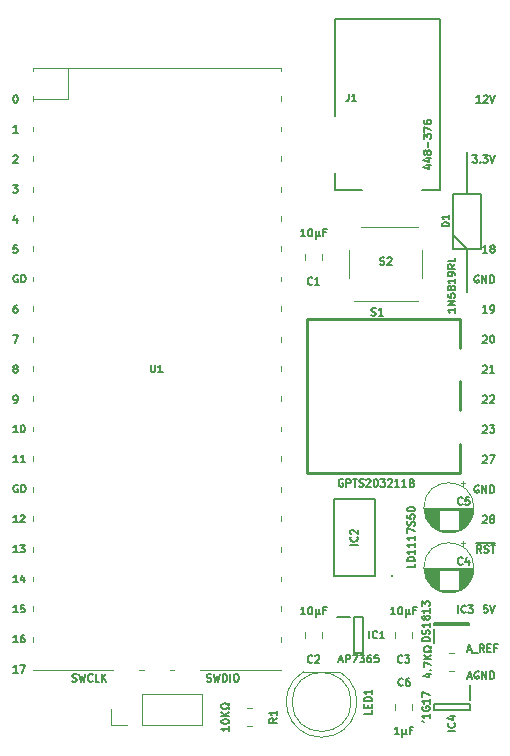
<source format=gto>
%TF.GenerationSoftware,KiCad,Pcbnew,7.0.5*%
%TF.CreationDate,2024-02-09T13:50:19+02:00*%
%TF.ProjectId,Pico,5069636f-2e6b-4696-9361-645f70636258,V0*%
%TF.SameCoordinates,Original*%
%TF.FileFunction,Legend,Top*%
%TF.FilePolarity,Positive*%
%FSLAX46Y46*%
G04 Gerber Fmt 4.6, Leading zero omitted, Abs format (unit mm)*
G04 Created by KiCad (PCBNEW 7.0.5) date 2024-02-09 13:50:19*
%MOMM*%
%LPD*%
G01*
G04 APERTURE LIST*
%ADD10C,0.150000*%
%ADD11C,0.100000*%
%ADD12C,0.254000*%
%ADD13C,0.200000*%
%ADD14C,0.120000*%
G04 APERTURE END LIST*
D10*
X155155791Y-91725963D02*
X154944124Y-91423582D01*
X154792934Y-91725963D02*
X154792934Y-91090963D01*
X154792934Y-91090963D02*
X155034839Y-91090963D01*
X155034839Y-91090963D02*
X155095315Y-91121201D01*
X155095315Y-91121201D02*
X155125553Y-91151439D01*
X155125553Y-91151439D02*
X155155791Y-91211915D01*
X155155791Y-91211915D02*
X155155791Y-91302629D01*
X155155791Y-91302629D02*
X155125553Y-91363105D01*
X155125553Y-91363105D02*
X155095315Y-91393344D01*
X155095315Y-91393344D02*
X155034839Y-91423582D01*
X155034839Y-91423582D02*
X154792934Y-91423582D01*
X155397696Y-91695725D02*
X155488410Y-91725963D01*
X155488410Y-91725963D02*
X155639601Y-91725963D01*
X155639601Y-91725963D02*
X155700077Y-91695725D01*
X155700077Y-91695725D02*
X155730315Y-91665486D01*
X155730315Y-91665486D02*
X155760553Y-91605010D01*
X155760553Y-91605010D02*
X155760553Y-91544534D01*
X155760553Y-91544534D02*
X155730315Y-91484058D01*
X155730315Y-91484058D02*
X155700077Y-91453820D01*
X155700077Y-91453820D02*
X155639601Y-91423582D01*
X155639601Y-91423582D02*
X155518648Y-91393344D01*
X155518648Y-91393344D02*
X155458172Y-91363105D01*
X155458172Y-91363105D02*
X155427934Y-91332867D01*
X155427934Y-91332867D02*
X155397696Y-91272391D01*
X155397696Y-91272391D02*
X155397696Y-91211915D01*
X155397696Y-91211915D02*
X155427934Y-91151439D01*
X155427934Y-91151439D02*
X155458172Y-91121201D01*
X155458172Y-91121201D02*
X155518648Y-91090963D01*
X155518648Y-91090963D02*
X155669839Y-91090963D01*
X155669839Y-91090963D02*
X155760553Y-91121201D01*
X155941982Y-91090963D02*
X156304839Y-91090963D01*
X156123410Y-91725963D02*
X156123410Y-91090963D01*
X154705244Y-90914675D02*
X156301816Y-90914675D01*
X154006744Y-102212534D02*
X154309125Y-102212534D01*
X153946268Y-102393963D02*
X154157934Y-101758963D01*
X154157934Y-101758963D02*
X154369601Y-102393963D01*
X154913887Y-101789201D02*
X154853411Y-101758963D01*
X154853411Y-101758963D02*
X154762697Y-101758963D01*
X154762697Y-101758963D02*
X154671982Y-101789201D01*
X154671982Y-101789201D02*
X154611506Y-101849677D01*
X154611506Y-101849677D02*
X154581268Y-101910153D01*
X154581268Y-101910153D02*
X154551030Y-102031105D01*
X154551030Y-102031105D02*
X154551030Y-102121820D01*
X154551030Y-102121820D02*
X154581268Y-102242772D01*
X154581268Y-102242772D02*
X154611506Y-102303248D01*
X154611506Y-102303248D02*
X154671982Y-102363725D01*
X154671982Y-102363725D02*
X154762697Y-102393963D01*
X154762697Y-102393963D02*
X154823173Y-102393963D01*
X154823173Y-102393963D02*
X154913887Y-102363725D01*
X154913887Y-102363725D02*
X154944125Y-102333486D01*
X154944125Y-102333486D02*
X154944125Y-102121820D01*
X154944125Y-102121820D02*
X154823173Y-102121820D01*
X155216268Y-102393963D02*
X155216268Y-101758963D01*
X155216268Y-101758963D02*
X155579125Y-102393963D01*
X155579125Y-102393963D02*
X155579125Y-101758963D01*
X155881506Y-102393963D02*
X155881506Y-101758963D01*
X155881506Y-101758963D02*
X156032696Y-101758963D01*
X156032696Y-101758963D02*
X156123411Y-101789201D01*
X156123411Y-101789201D02*
X156183887Y-101849677D01*
X156183887Y-101849677D02*
X156214125Y-101910153D01*
X156214125Y-101910153D02*
X156244363Y-102031105D01*
X156244363Y-102031105D02*
X156244363Y-102121820D01*
X156244363Y-102121820D02*
X156214125Y-102242772D01*
X156214125Y-102242772D02*
X156183887Y-102303248D01*
X156183887Y-102303248D02*
X156123411Y-102363725D01*
X156123411Y-102363725D02*
X156032696Y-102393963D01*
X156032696Y-102393963D02*
X155881506Y-102393963D01*
X115898493Y-99320563D02*
X115535636Y-99320563D01*
X115717064Y-99320563D02*
X115717064Y-98685563D01*
X115717064Y-98685563D02*
X115656588Y-98776277D01*
X115656588Y-98776277D02*
X115596112Y-98836753D01*
X115596112Y-98836753D02*
X115535636Y-98866991D01*
X116442779Y-98685563D02*
X116321826Y-98685563D01*
X116321826Y-98685563D02*
X116261350Y-98715801D01*
X116261350Y-98715801D02*
X116231112Y-98746039D01*
X116231112Y-98746039D02*
X116170636Y-98836753D01*
X116170636Y-98836753D02*
X116140398Y-98957705D01*
X116140398Y-98957705D02*
X116140398Y-99199610D01*
X116140398Y-99199610D02*
X116170636Y-99260086D01*
X116170636Y-99260086D02*
X116200874Y-99290325D01*
X116200874Y-99290325D02*
X116261350Y-99320563D01*
X116261350Y-99320563D02*
X116382303Y-99320563D01*
X116382303Y-99320563D02*
X116442779Y-99290325D01*
X116442779Y-99290325D02*
X116473017Y-99260086D01*
X116473017Y-99260086D02*
X116503255Y-99199610D01*
X116503255Y-99199610D02*
X116503255Y-99048420D01*
X116503255Y-99048420D02*
X116473017Y-98987944D01*
X116473017Y-98987944D02*
X116442779Y-98957705D01*
X116442779Y-98957705D02*
X116382303Y-98927467D01*
X116382303Y-98927467D02*
X116261350Y-98927467D01*
X116261350Y-98927467D02*
X116200874Y-98957705D01*
X116200874Y-98957705D02*
X116170636Y-98987944D01*
X116170636Y-98987944D02*
X116140398Y-99048420D01*
X115686826Y-52990963D02*
X115747303Y-52990963D01*
X115747303Y-52990963D02*
X115807779Y-53021201D01*
X115807779Y-53021201D02*
X115838017Y-53051439D01*
X115838017Y-53051439D02*
X115868255Y-53111915D01*
X115868255Y-53111915D02*
X115898493Y-53232867D01*
X115898493Y-53232867D02*
X115898493Y-53384058D01*
X115898493Y-53384058D02*
X115868255Y-53505010D01*
X115868255Y-53505010D02*
X115838017Y-53565486D01*
X115838017Y-53565486D02*
X115807779Y-53595725D01*
X115807779Y-53595725D02*
X115747303Y-53625963D01*
X115747303Y-53625963D02*
X115686826Y-53625963D01*
X115686826Y-53625963D02*
X115626350Y-53595725D01*
X115626350Y-53595725D02*
X115596112Y-53565486D01*
X115596112Y-53565486D02*
X115565874Y-53505010D01*
X115565874Y-53505010D02*
X115535636Y-53384058D01*
X115535636Y-53384058D02*
X115535636Y-53232867D01*
X115535636Y-53232867D02*
X115565874Y-53111915D01*
X115565874Y-53111915D02*
X115596112Y-53051439D01*
X115596112Y-53051439D02*
X115626350Y-53021201D01*
X115626350Y-53021201D02*
X115686826Y-52990963D01*
X153958362Y-99926534D02*
X154260743Y-99926534D01*
X153897886Y-100107963D02*
X154109552Y-99472963D01*
X154109552Y-99472963D02*
X154321219Y-100107963D01*
X154381696Y-100168439D02*
X154865505Y-100168439D01*
X155379553Y-100107963D02*
X155167886Y-99805582D01*
X155016696Y-100107963D02*
X155016696Y-99472963D01*
X155016696Y-99472963D02*
X155258601Y-99472963D01*
X155258601Y-99472963D02*
X155319077Y-99503201D01*
X155319077Y-99503201D02*
X155349315Y-99533439D01*
X155349315Y-99533439D02*
X155379553Y-99593915D01*
X155379553Y-99593915D02*
X155379553Y-99684629D01*
X155379553Y-99684629D02*
X155349315Y-99745105D01*
X155349315Y-99745105D02*
X155319077Y-99775344D01*
X155319077Y-99775344D02*
X155258601Y-99805582D01*
X155258601Y-99805582D02*
X155016696Y-99805582D01*
X155651696Y-99775344D02*
X155863363Y-99775344D01*
X155954077Y-100107963D02*
X155651696Y-100107963D01*
X155651696Y-100107963D02*
X155651696Y-99472963D01*
X155651696Y-99472963D02*
X155954077Y-99472963D01*
X156437887Y-99775344D02*
X156226220Y-99775344D01*
X156226220Y-100107963D02*
X156226220Y-99472963D01*
X156226220Y-99472963D02*
X156528601Y-99472963D01*
X115898493Y-68235801D02*
X115838017Y-68205563D01*
X115838017Y-68205563D02*
X115747303Y-68205563D01*
X115747303Y-68205563D02*
X115656588Y-68235801D01*
X115656588Y-68235801D02*
X115596112Y-68296277D01*
X115596112Y-68296277D02*
X115565874Y-68356753D01*
X115565874Y-68356753D02*
X115535636Y-68477705D01*
X115535636Y-68477705D02*
X115535636Y-68568420D01*
X115535636Y-68568420D02*
X115565874Y-68689372D01*
X115565874Y-68689372D02*
X115596112Y-68749848D01*
X115596112Y-68749848D02*
X115656588Y-68810325D01*
X115656588Y-68810325D02*
X115747303Y-68840563D01*
X115747303Y-68840563D02*
X115807779Y-68840563D01*
X115807779Y-68840563D02*
X115898493Y-68810325D01*
X115898493Y-68810325D02*
X115928731Y-68780086D01*
X115928731Y-68780086D02*
X115928731Y-68568420D01*
X115928731Y-68568420D02*
X115807779Y-68568420D01*
X116200874Y-68840563D02*
X116200874Y-68205563D01*
X116200874Y-68205563D02*
X116352064Y-68205563D01*
X116352064Y-68205563D02*
X116442779Y-68235801D01*
X116442779Y-68235801D02*
X116503255Y-68296277D01*
X116503255Y-68296277D02*
X116533493Y-68356753D01*
X116533493Y-68356753D02*
X116563731Y-68477705D01*
X116563731Y-68477705D02*
X116563731Y-68568420D01*
X116563731Y-68568420D02*
X116533493Y-68689372D01*
X116533493Y-68689372D02*
X116503255Y-68749848D01*
X116503255Y-68749848D02*
X116442779Y-68810325D01*
X116442779Y-68810325D02*
X116352064Y-68840563D01*
X116352064Y-68840563D02*
X116200874Y-68840563D01*
X154399839Y-58070963D02*
X154792934Y-58070963D01*
X154792934Y-58070963D02*
X154581267Y-58312867D01*
X154581267Y-58312867D02*
X154671982Y-58312867D01*
X154671982Y-58312867D02*
X154732458Y-58343105D01*
X154732458Y-58343105D02*
X154762696Y-58373344D01*
X154762696Y-58373344D02*
X154792934Y-58433820D01*
X154792934Y-58433820D02*
X154792934Y-58585010D01*
X154792934Y-58585010D02*
X154762696Y-58645486D01*
X154762696Y-58645486D02*
X154732458Y-58675725D01*
X154732458Y-58675725D02*
X154671982Y-58705963D01*
X154671982Y-58705963D02*
X154490553Y-58705963D01*
X154490553Y-58705963D02*
X154430077Y-58675725D01*
X154430077Y-58675725D02*
X154399839Y-58645486D01*
X155065077Y-58645486D02*
X155095315Y-58675725D01*
X155095315Y-58675725D02*
X155065077Y-58705963D01*
X155065077Y-58705963D02*
X155034839Y-58675725D01*
X155034839Y-58675725D02*
X155065077Y-58645486D01*
X155065077Y-58645486D02*
X155065077Y-58705963D01*
X155306982Y-58070963D02*
X155700077Y-58070963D01*
X155700077Y-58070963D02*
X155488410Y-58312867D01*
X155488410Y-58312867D02*
X155579125Y-58312867D01*
X155579125Y-58312867D02*
X155639601Y-58343105D01*
X155639601Y-58343105D02*
X155669839Y-58373344D01*
X155669839Y-58373344D02*
X155700077Y-58433820D01*
X155700077Y-58433820D02*
X155700077Y-58585010D01*
X155700077Y-58585010D02*
X155669839Y-58645486D01*
X155669839Y-58645486D02*
X155639601Y-58675725D01*
X155639601Y-58675725D02*
X155579125Y-58705963D01*
X155579125Y-58705963D02*
X155397696Y-58705963D01*
X155397696Y-58705963D02*
X155337220Y-58675725D01*
X155337220Y-58675725D02*
X155306982Y-58645486D01*
X155881506Y-58070963D02*
X156093172Y-58705963D01*
X156093172Y-58705963D02*
X156304839Y-58070963D01*
X115838017Y-70770963D02*
X115717064Y-70770963D01*
X115717064Y-70770963D02*
X115656588Y-70801201D01*
X115656588Y-70801201D02*
X115626350Y-70831439D01*
X115626350Y-70831439D02*
X115565874Y-70922153D01*
X115565874Y-70922153D02*
X115535636Y-71043105D01*
X115535636Y-71043105D02*
X115535636Y-71285010D01*
X115535636Y-71285010D02*
X115565874Y-71345486D01*
X115565874Y-71345486D02*
X115596112Y-71375725D01*
X115596112Y-71375725D02*
X115656588Y-71405963D01*
X115656588Y-71405963D02*
X115777541Y-71405963D01*
X115777541Y-71405963D02*
X115838017Y-71375725D01*
X115838017Y-71375725D02*
X115868255Y-71345486D01*
X115868255Y-71345486D02*
X115898493Y-71285010D01*
X115898493Y-71285010D02*
X115898493Y-71133820D01*
X115898493Y-71133820D02*
X115868255Y-71073344D01*
X115868255Y-71073344D02*
X115838017Y-71043105D01*
X115838017Y-71043105D02*
X115777541Y-71012867D01*
X115777541Y-71012867D02*
X115656588Y-71012867D01*
X115656588Y-71012867D02*
X115596112Y-71043105D01*
X115596112Y-71043105D02*
X115565874Y-71073344D01*
X115565874Y-71073344D02*
X115535636Y-71133820D01*
X115656588Y-76123105D02*
X115596112Y-76092867D01*
X115596112Y-76092867D02*
X115565874Y-76062629D01*
X115565874Y-76062629D02*
X115535636Y-76002153D01*
X115535636Y-76002153D02*
X115535636Y-75971915D01*
X115535636Y-75971915D02*
X115565874Y-75911439D01*
X115565874Y-75911439D02*
X115596112Y-75881201D01*
X115596112Y-75881201D02*
X115656588Y-75850963D01*
X115656588Y-75850963D02*
X115777541Y-75850963D01*
X115777541Y-75850963D02*
X115838017Y-75881201D01*
X115838017Y-75881201D02*
X115868255Y-75911439D01*
X115868255Y-75911439D02*
X115898493Y-75971915D01*
X115898493Y-75971915D02*
X115898493Y-76002153D01*
X115898493Y-76002153D02*
X115868255Y-76062629D01*
X115868255Y-76062629D02*
X115838017Y-76092867D01*
X115838017Y-76092867D02*
X115777541Y-76123105D01*
X115777541Y-76123105D02*
X115656588Y-76123105D01*
X115656588Y-76123105D02*
X115596112Y-76153344D01*
X115596112Y-76153344D02*
X115565874Y-76183582D01*
X115565874Y-76183582D02*
X115535636Y-76244058D01*
X115535636Y-76244058D02*
X115535636Y-76365010D01*
X115535636Y-76365010D02*
X115565874Y-76425486D01*
X115565874Y-76425486D02*
X115596112Y-76455725D01*
X115596112Y-76455725D02*
X115656588Y-76485963D01*
X115656588Y-76485963D02*
X115777541Y-76485963D01*
X115777541Y-76485963D02*
X115838017Y-76455725D01*
X115838017Y-76455725D02*
X115868255Y-76425486D01*
X115868255Y-76425486D02*
X115898493Y-76365010D01*
X115898493Y-76365010D02*
X115898493Y-76244058D01*
X115898493Y-76244058D02*
X115868255Y-76183582D01*
X115868255Y-76183582D02*
X115838017Y-76153344D01*
X115838017Y-76153344D02*
X115777541Y-76123105D01*
X115898493Y-96780563D02*
X115535636Y-96780563D01*
X115717064Y-96780563D02*
X115717064Y-96145563D01*
X115717064Y-96145563D02*
X115656588Y-96236277D01*
X115656588Y-96236277D02*
X115596112Y-96296753D01*
X115596112Y-96296753D02*
X115535636Y-96326991D01*
X116473017Y-96145563D02*
X116170636Y-96145563D01*
X116170636Y-96145563D02*
X116140398Y-96447944D01*
X116140398Y-96447944D02*
X116170636Y-96417705D01*
X116170636Y-96417705D02*
X116231112Y-96387467D01*
X116231112Y-96387467D02*
X116382303Y-96387467D01*
X116382303Y-96387467D02*
X116442779Y-96417705D01*
X116442779Y-96417705D02*
X116473017Y-96447944D01*
X116473017Y-96447944D02*
X116503255Y-96508420D01*
X116503255Y-96508420D02*
X116503255Y-96659610D01*
X116503255Y-96659610D02*
X116473017Y-96720086D01*
X116473017Y-96720086D02*
X116442779Y-96750325D01*
X116442779Y-96750325D02*
X116382303Y-96780563D01*
X116382303Y-96780563D02*
X116231112Y-96780563D01*
X116231112Y-96780563D02*
X116170636Y-96750325D01*
X116170636Y-96750325D02*
X116140398Y-96720086D01*
X115898493Y-84080563D02*
X115535636Y-84080563D01*
X115717064Y-84080563D02*
X115717064Y-83445563D01*
X115717064Y-83445563D02*
X115656588Y-83536277D01*
X115656588Y-83536277D02*
X115596112Y-83596753D01*
X115596112Y-83596753D02*
X115535636Y-83626991D01*
X116503255Y-84080563D02*
X116140398Y-84080563D01*
X116321826Y-84080563D02*
X116321826Y-83445563D01*
X116321826Y-83445563D02*
X116261350Y-83536277D01*
X116261350Y-83536277D02*
X116200874Y-83596753D01*
X116200874Y-83596753D02*
X116140398Y-83626991D01*
X115838017Y-63362629D02*
X115838017Y-63785963D01*
X115686826Y-63120725D02*
X115535636Y-63574296D01*
X115535636Y-63574296D02*
X115928731Y-63574296D01*
X115898493Y-91700563D02*
X115535636Y-91700563D01*
X115717064Y-91700563D02*
X115717064Y-91065563D01*
X115717064Y-91065563D02*
X115656588Y-91156277D01*
X115656588Y-91156277D02*
X115596112Y-91216753D01*
X115596112Y-91216753D02*
X115535636Y-91246991D01*
X116110160Y-91065563D02*
X116503255Y-91065563D01*
X116503255Y-91065563D02*
X116291588Y-91307467D01*
X116291588Y-91307467D02*
X116382303Y-91307467D01*
X116382303Y-91307467D02*
X116442779Y-91337705D01*
X116442779Y-91337705D02*
X116473017Y-91367944D01*
X116473017Y-91367944D02*
X116503255Y-91428420D01*
X116503255Y-91428420D02*
X116503255Y-91579610D01*
X116503255Y-91579610D02*
X116473017Y-91640086D01*
X116473017Y-91640086D02*
X116442779Y-91670325D01*
X116442779Y-91670325D02*
X116382303Y-91700563D01*
X116382303Y-91700563D02*
X116200874Y-91700563D01*
X116200874Y-91700563D02*
X116140398Y-91670325D01*
X116140398Y-91670325D02*
X116110160Y-91640086D01*
X155276744Y-78451439D02*
X155306982Y-78421201D01*
X155306982Y-78421201D02*
X155367458Y-78390963D01*
X155367458Y-78390963D02*
X155518649Y-78390963D01*
X155518649Y-78390963D02*
X155579125Y-78421201D01*
X155579125Y-78421201D02*
X155609363Y-78451439D01*
X155609363Y-78451439D02*
X155639601Y-78511915D01*
X155639601Y-78511915D02*
X155639601Y-78572391D01*
X155639601Y-78572391D02*
X155609363Y-78663105D01*
X155609363Y-78663105D02*
X155246506Y-79025963D01*
X155246506Y-79025963D02*
X155639601Y-79025963D01*
X155881506Y-78451439D02*
X155911744Y-78421201D01*
X155911744Y-78421201D02*
X155972220Y-78390963D01*
X155972220Y-78390963D02*
X156123411Y-78390963D01*
X156123411Y-78390963D02*
X156183887Y-78421201D01*
X156183887Y-78421201D02*
X156214125Y-78451439D01*
X156214125Y-78451439D02*
X156244363Y-78511915D01*
X156244363Y-78511915D02*
X156244363Y-78572391D01*
X156244363Y-78572391D02*
X156214125Y-78663105D01*
X156214125Y-78663105D02*
X155851268Y-79025963D01*
X155851268Y-79025963D02*
X156244363Y-79025963D01*
X154913887Y-68261201D02*
X154853411Y-68230963D01*
X154853411Y-68230963D02*
X154762697Y-68230963D01*
X154762697Y-68230963D02*
X154671982Y-68261201D01*
X154671982Y-68261201D02*
X154611506Y-68321677D01*
X154611506Y-68321677D02*
X154581268Y-68382153D01*
X154581268Y-68382153D02*
X154551030Y-68503105D01*
X154551030Y-68503105D02*
X154551030Y-68593820D01*
X154551030Y-68593820D02*
X154581268Y-68714772D01*
X154581268Y-68714772D02*
X154611506Y-68775248D01*
X154611506Y-68775248D02*
X154671982Y-68835725D01*
X154671982Y-68835725D02*
X154762697Y-68865963D01*
X154762697Y-68865963D02*
X154823173Y-68865963D01*
X154823173Y-68865963D02*
X154913887Y-68835725D01*
X154913887Y-68835725D02*
X154944125Y-68805486D01*
X154944125Y-68805486D02*
X154944125Y-68593820D01*
X154944125Y-68593820D02*
X154823173Y-68593820D01*
X155216268Y-68865963D02*
X155216268Y-68230963D01*
X155216268Y-68230963D02*
X155579125Y-68865963D01*
X155579125Y-68865963D02*
X155579125Y-68230963D01*
X155881506Y-68865963D02*
X155881506Y-68230963D01*
X155881506Y-68230963D02*
X156032696Y-68230963D01*
X156032696Y-68230963D02*
X156123411Y-68261201D01*
X156123411Y-68261201D02*
X156183887Y-68321677D01*
X156183887Y-68321677D02*
X156214125Y-68382153D01*
X156214125Y-68382153D02*
X156244363Y-68503105D01*
X156244363Y-68503105D02*
X156244363Y-68593820D01*
X156244363Y-68593820D02*
X156214125Y-68714772D01*
X156214125Y-68714772D02*
X156183887Y-68775248D01*
X156183887Y-68775248D02*
X156123411Y-68835725D01*
X156123411Y-68835725D02*
X156032696Y-68865963D01*
X156032696Y-68865963D02*
X155881506Y-68865963D01*
X115535636Y-58131439D02*
X115565874Y-58101201D01*
X115565874Y-58101201D02*
X115626350Y-58070963D01*
X115626350Y-58070963D02*
X115777541Y-58070963D01*
X115777541Y-58070963D02*
X115838017Y-58101201D01*
X115838017Y-58101201D02*
X115868255Y-58131439D01*
X115868255Y-58131439D02*
X115898493Y-58191915D01*
X115898493Y-58191915D02*
X115898493Y-58252391D01*
X115898493Y-58252391D02*
X115868255Y-58343105D01*
X115868255Y-58343105D02*
X115505398Y-58705963D01*
X115505398Y-58705963D02*
X115898493Y-58705963D01*
X155665001Y-66325963D02*
X155302144Y-66325963D01*
X155483572Y-66325963D02*
X155483572Y-65690963D01*
X155483572Y-65690963D02*
X155423096Y-65781677D01*
X155423096Y-65781677D02*
X155362620Y-65842153D01*
X155362620Y-65842153D02*
X155302144Y-65872391D01*
X156027858Y-65963105D02*
X155967382Y-65932867D01*
X155967382Y-65932867D02*
X155937144Y-65902629D01*
X155937144Y-65902629D02*
X155906906Y-65842153D01*
X155906906Y-65842153D02*
X155906906Y-65811915D01*
X155906906Y-65811915D02*
X155937144Y-65751439D01*
X155937144Y-65751439D02*
X155967382Y-65721201D01*
X155967382Y-65721201D02*
X156027858Y-65690963D01*
X156027858Y-65690963D02*
X156148811Y-65690963D01*
X156148811Y-65690963D02*
X156209287Y-65721201D01*
X156209287Y-65721201D02*
X156239525Y-65751439D01*
X156239525Y-65751439D02*
X156269763Y-65811915D01*
X156269763Y-65811915D02*
X156269763Y-65842153D01*
X156269763Y-65842153D02*
X156239525Y-65902629D01*
X156239525Y-65902629D02*
X156209287Y-65932867D01*
X156209287Y-65932867D02*
X156148811Y-65963105D01*
X156148811Y-65963105D02*
X156027858Y-65963105D01*
X156027858Y-65963105D02*
X155967382Y-65993344D01*
X155967382Y-65993344D02*
X155937144Y-66023582D01*
X155937144Y-66023582D02*
X155906906Y-66084058D01*
X155906906Y-66084058D02*
X155906906Y-66205010D01*
X155906906Y-66205010D02*
X155937144Y-66265486D01*
X155937144Y-66265486D02*
X155967382Y-66295725D01*
X155967382Y-66295725D02*
X156027858Y-66325963D01*
X156027858Y-66325963D02*
X156148811Y-66325963D01*
X156148811Y-66325963D02*
X156209287Y-66295725D01*
X156209287Y-66295725D02*
X156239525Y-66265486D01*
X156239525Y-66265486D02*
X156269763Y-66205010D01*
X156269763Y-66205010D02*
X156269763Y-66084058D01*
X156269763Y-66084058D02*
X156239525Y-66023582D01*
X156239525Y-66023582D02*
X156209287Y-65993344D01*
X156209287Y-65993344D02*
X156148811Y-65963105D01*
X155276744Y-88611439D02*
X155306982Y-88581201D01*
X155306982Y-88581201D02*
X155367458Y-88550963D01*
X155367458Y-88550963D02*
X155518649Y-88550963D01*
X155518649Y-88550963D02*
X155579125Y-88581201D01*
X155579125Y-88581201D02*
X155609363Y-88611439D01*
X155609363Y-88611439D02*
X155639601Y-88671915D01*
X155639601Y-88671915D02*
X155639601Y-88732391D01*
X155639601Y-88732391D02*
X155609363Y-88823105D01*
X155609363Y-88823105D02*
X155246506Y-89185963D01*
X155246506Y-89185963D02*
X155639601Y-89185963D01*
X156002458Y-88823105D02*
X155941982Y-88792867D01*
X155941982Y-88792867D02*
X155911744Y-88762629D01*
X155911744Y-88762629D02*
X155881506Y-88702153D01*
X155881506Y-88702153D02*
X155881506Y-88671915D01*
X155881506Y-88671915D02*
X155911744Y-88611439D01*
X155911744Y-88611439D02*
X155941982Y-88581201D01*
X155941982Y-88581201D02*
X156002458Y-88550963D01*
X156002458Y-88550963D02*
X156123411Y-88550963D01*
X156123411Y-88550963D02*
X156183887Y-88581201D01*
X156183887Y-88581201D02*
X156214125Y-88611439D01*
X156214125Y-88611439D02*
X156244363Y-88671915D01*
X156244363Y-88671915D02*
X156244363Y-88702153D01*
X156244363Y-88702153D02*
X156214125Y-88762629D01*
X156214125Y-88762629D02*
X156183887Y-88792867D01*
X156183887Y-88792867D02*
X156123411Y-88823105D01*
X156123411Y-88823105D02*
X156002458Y-88823105D01*
X156002458Y-88823105D02*
X155941982Y-88853344D01*
X155941982Y-88853344D02*
X155911744Y-88883582D01*
X155911744Y-88883582D02*
X155881506Y-88944058D01*
X155881506Y-88944058D02*
X155881506Y-89065010D01*
X155881506Y-89065010D02*
X155911744Y-89125486D01*
X155911744Y-89125486D02*
X155941982Y-89155725D01*
X155941982Y-89155725D02*
X156002458Y-89185963D01*
X156002458Y-89185963D02*
X156123411Y-89185963D01*
X156123411Y-89185963D02*
X156183887Y-89155725D01*
X156183887Y-89155725D02*
X156214125Y-89125486D01*
X156214125Y-89125486D02*
X156244363Y-89065010D01*
X156244363Y-89065010D02*
X156244363Y-88944058D01*
X156244363Y-88944058D02*
X156214125Y-88883582D01*
X156214125Y-88883582D02*
X156183887Y-88853344D01*
X156183887Y-88853344D02*
X156123411Y-88823105D01*
X155276744Y-83531439D02*
X155306982Y-83501201D01*
X155306982Y-83501201D02*
X155367458Y-83470963D01*
X155367458Y-83470963D02*
X155518649Y-83470963D01*
X155518649Y-83470963D02*
X155579125Y-83501201D01*
X155579125Y-83501201D02*
X155609363Y-83531439D01*
X155609363Y-83531439D02*
X155639601Y-83591915D01*
X155639601Y-83591915D02*
X155639601Y-83652391D01*
X155639601Y-83652391D02*
X155609363Y-83743105D01*
X155609363Y-83743105D02*
X155246506Y-84105963D01*
X155246506Y-84105963D02*
X155639601Y-84105963D01*
X155851268Y-83470963D02*
X156274601Y-83470963D01*
X156274601Y-83470963D02*
X156002458Y-84105963D01*
X155639601Y-71405963D02*
X155276744Y-71405963D01*
X155458172Y-71405963D02*
X155458172Y-70770963D01*
X155458172Y-70770963D02*
X155397696Y-70861677D01*
X155397696Y-70861677D02*
X155337220Y-70922153D01*
X155337220Y-70922153D02*
X155276744Y-70952391D01*
X155941982Y-71405963D02*
X156062934Y-71405963D01*
X156062934Y-71405963D02*
X156123411Y-71375725D01*
X156123411Y-71375725D02*
X156153649Y-71345486D01*
X156153649Y-71345486D02*
X156214125Y-71254772D01*
X156214125Y-71254772D02*
X156244363Y-71133820D01*
X156244363Y-71133820D02*
X156244363Y-70891915D01*
X156244363Y-70891915D02*
X156214125Y-70831439D01*
X156214125Y-70831439D02*
X156183887Y-70801201D01*
X156183887Y-70801201D02*
X156123411Y-70770963D01*
X156123411Y-70770963D02*
X156002458Y-70770963D01*
X156002458Y-70770963D02*
X155941982Y-70801201D01*
X155941982Y-70801201D02*
X155911744Y-70831439D01*
X155911744Y-70831439D02*
X155881506Y-70891915D01*
X155881506Y-70891915D02*
X155881506Y-71043105D01*
X155881506Y-71043105D02*
X155911744Y-71103582D01*
X155911744Y-71103582D02*
X155941982Y-71133820D01*
X155941982Y-71133820D02*
X156002458Y-71164058D01*
X156002458Y-71164058D02*
X156123411Y-71164058D01*
X156123411Y-71164058D02*
X156183887Y-71133820D01*
X156183887Y-71133820D02*
X156214125Y-71103582D01*
X156214125Y-71103582D02*
X156244363Y-71043105D01*
X115898493Y-89160563D02*
X115535636Y-89160563D01*
X115717064Y-89160563D02*
X115717064Y-88525563D01*
X115717064Y-88525563D02*
X115656588Y-88616277D01*
X115656588Y-88616277D02*
X115596112Y-88676753D01*
X115596112Y-88676753D02*
X115535636Y-88706991D01*
X116140398Y-88586039D02*
X116170636Y-88555801D01*
X116170636Y-88555801D02*
X116231112Y-88525563D01*
X116231112Y-88525563D02*
X116382303Y-88525563D01*
X116382303Y-88525563D02*
X116442779Y-88555801D01*
X116442779Y-88555801D02*
X116473017Y-88586039D01*
X116473017Y-88586039D02*
X116503255Y-88646515D01*
X116503255Y-88646515D02*
X116503255Y-88706991D01*
X116503255Y-88706991D02*
X116473017Y-88797705D01*
X116473017Y-88797705D02*
X116110160Y-89160563D01*
X116110160Y-89160563D02*
X116503255Y-89160563D01*
X115505398Y-73310963D02*
X115928731Y-73310963D01*
X115928731Y-73310963D02*
X115656588Y-73945963D01*
X115596112Y-79025963D02*
X115717064Y-79025963D01*
X115717064Y-79025963D02*
X115777541Y-78995725D01*
X115777541Y-78995725D02*
X115807779Y-78965486D01*
X115807779Y-78965486D02*
X115868255Y-78874772D01*
X115868255Y-78874772D02*
X115898493Y-78753820D01*
X115898493Y-78753820D02*
X115898493Y-78511915D01*
X115898493Y-78511915D02*
X115868255Y-78451439D01*
X115868255Y-78451439D02*
X115838017Y-78421201D01*
X115838017Y-78421201D02*
X115777541Y-78390963D01*
X115777541Y-78390963D02*
X115656588Y-78390963D01*
X115656588Y-78390963D02*
X115596112Y-78421201D01*
X115596112Y-78421201D02*
X115565874Y-78451439D01*
X115565874Y-78451439D02*
X115535636Y-78511915D01*
X115535636Y-78511915D02*
X115535636Y-78663105D01*
X115535636Y-78663105D02*
X115565874Y-78723582D01*
X115565874Y-78723582D02*
X115596112Y-78753820D01*
X115596112Y-78753820D02*
X115656588Y-78784058D01*
X115656588Y-78784058D02*
X115777541Y-78784058D01*
X115777541Y-78784058D02*
X115838017Y-78753820D01*
X115838017Y-78753820D02*
X115868255Y-78723582D01*
X115868255Y-78723582D02*
X115898493Y-78663105D01*
X155669839Y-96170963D02*
X155367458Y-96170963D01*
X155367458Y-96170963D02*
X155337220Y-96473344D01*
X155337220Y-96473344D02*
X155367458Y-96443105D01*
X155367458Y-96443105D02*
X155427934Y-96412867D01*
X155427934Y-96412867D02*
X155579125Y-96412867D01*
X155579125Y-96412867D02*
X155639601Y-96443105D01*
X155639601Y-96443105D02*
X155669839Y-96473344D01*
X155669839Y-96473344D02*
X155700077Y-96533820D01*
X155700077Y-96533820D02*
X155700077Y-96685010D01*
X155700077Y-96685010D02*
X155669839Y-96745486D01*
X155669839Y-96745486D02*
X155639601Y-96775725D01*
X155639601Y-96775725D02*
X155579125Y-96805963D01*
X155579125Y-96805963D02*
X155427934Y-96805963D01*
X155427934Y-96805963D02*
X155367458Y-96775725D01*
X155367458Y-96775725D02*
X155337220Y-96745486D01*
X155881506Y-96170963D02*
X156093172Y-96805963D01*
X156093172Y-96805963D02*
X156304839Y-96170963D01*
X155095315Y-53625963D02*
X154732458Y-53625963D01*
X154913886Y-53625963D02*
X154913886Y-52990963D01*
X154913886Y-52990963D02*
X154853410Y-53081677D01*
X154853410Y-53081677D02*
X154792934Y-53142153D01*
X154792934Y-53142153D02*
X154732458Y-53172391D01*
X155337220Y-53051439D02*
X155367458Y-53021201D01*
X155367458Y-53021201D02*
X155427934Y-52990963D01*
X155427934Y-52990963D02*
X155579125Y-52990963D01*
X155579125Y-52990963D02*
X155639601Y-53021201D01*
X155639601Y-53021201D02*
X155669839Y-53051439D01*
X155669839Y-53051439D02*
X155700077Y-53111915D01*
X155700077Y-53111915D02*
X155700077Y-53172391D01*
X155700077Y-53172391D02*
X155669839Y-53263105D01*
X155669839Y-53263105D02*
X155306982Y-53625963D01*
X155306982Y-53625963D02*
X155700077Y-53625963D01*
X155881506Y-52990963D02*
X156093172Y-53625963D01*
X156093172Y-53625963D02*
X156304839Y-52990963D01*
X115898493Y-81540563D02*
X115535636Y-81540563D01*
X115717064Y-81540563D02*
X115717064Y-80905563D01*
X115717064Y-80905563D02*
X115656588Y-80996277D01*
X115656588Y-80996277D02*
X115596112Y-81056753D01*
X115596112Y-81056753D02*
X115535636Y-81086991D01*
X116291588Y-80905563D02*
X116352065Y-80905563D01*
X116352065Y-80905563D02*
X116412541Y-80935801D01*
X116412541Y-80935801D02*
X116442779Y-80966039D01*
X116442779Y-80966039D02*
X116473017Y-81026515D01*
X116473017Y-81026515D02*
X116503255Y-81147467D01*
X116503255Y-81147467D02*
X116503255Y-81298658D01*
X116503255Y-81298658D02*
X116473017Y-81419610D01*
X116473017Y-81419610D02*
X116442779Y-81480086D01*
X116442779Y-81480086D02*
X116412541Y-81510325D01*
X116412541Y-81510325D02*
X116352065Y-81540563D01*
X116352065Y-81540563D02*
X116291588Y-81540563D01*
X116291588Y-81540563D02*
X116231112Y-81510325D01*
X116231112Y-81510325D02*
X116200874Y-81480086D01*
X116200874Y-81480086D02*
X116170636Y-81419610D01*
X116170636Y-81419610D02*
X116140398Y-81298658D01*
X116140398Y-81298658D02*
X116140398Y-81147467D01*
X116140398Y-81147467D02*
X116170636Y-81026515D01*
X116170636Y-81026515D02*
X116200874Y-80966039D01*
X116200874Y-80966039D02*
X116231112Y-80935801D01*
X116231112Y-80935801D02*
X116291588Y-80905563D01*
X115898493Y-56165963D02*
X115535636Y-56165963D01*
X115717064Y-56165963D02*
X115717064Y-55530963D01*
X115717064Y-55530963D02*
X115656588Y-55621677D01*
X115656588Y-55621677D02*
X115596112Y-55682153D01*
X115596112Y-55682153D02*
X115535636Y-55712391D01*
X115898493Y-94240563D02*
X115535636Y-94240563D01*
X115717064Y-94240563D02*
X115717064Y-93605563D01*
X115717064Y-93605563D02*
X115656588Y-93696277D01*
X115656588Y-93696277D02*
X115596112Y-93756753D01*
X115596112Y-93756753D02*
X115535636Y-93786991D01*
X116442779Y-93817229D02*
X116442779Y-94240563D01*
X116291588Y-93575325D02*
X116140398Y-94028896D01*
X116140398Y-94028896D02*
X116533493Y-94028896D01*
X115505398Y-60610963D02*
X115898493Y-60610963D01*
X115898493Y-60610963D02*
X115686826Y-60852867D01*
X115686826Y-60852867D02*
X115777541Y-60852867D01*
X115777541Y-60852867D02*
X115838017Y-60883105D01*
X115838017Y-60883105D02*
X115868255Y-60913344D01*
X115868255Y-60913344D02*
X115898493Y-60973820D01*
X115898493Y-60973820D02*
X115898493Y-61125010D01*
X115898493Y-61125010D02*
X115868255Y-61185486D01*
X115868255Y-61185486D02*
X115838017Y-61215725D01*
X115838017Y-61215725D02*
X115777541Y-61245963D01*
X115777541Y-61245963D02*
X115596112Y-61245963D01*
X115596112Y-61245963D02*
X115535636Y-61215725D01*
X115535636Y-61215725D02*
X115505398Y-61185486D01*
X115868255Y-65690963D02*
X115565874Y-65690963D01*
X115565874Y-65690963D02*
X115535636Y-65993344D01*
X115535636Y-65993344D02*
X115565874Y-65963105D01*
X115565874Y-65963105D02*
X115626350Y-65932867D01*
X115626350Y-65932867D02*
X115777541Y-65932867D01*
X115777541Y-65932867D02*
X115838017Y-65963105D01*
X115838017Y-65963105D02*
X115868255Y-65993344D01*
X115868255Y-65993344D02*
X115898493Y-66053820D01*
X115898493Y-66053820D02*
X115898493Y-66205010D01*
X115898493Y-66205010D02*
X115868255Y-66265486D01*
X115868255Y-66265486D02*
X115838017Y-66295725D01*
X115838017Y-66295725D02*
X115777541Y-66325963D01*
X115777541Y-66325963D02*
X115626350Y-66325963D01*
X115626350Y-66325963D02*
X115565874Y-66295725D01*
X115565874Y-66295725D02*
X115535636Y-66265486D01*
X155276744Y-80991439D02*
X155306982Y-80961201D01*
X155306982Y-80961201D02*
X155367458Y-80930963D01*
X155367458Y-80930963D02*
X155518649Y-80930963D01*
X155518649Y-80930963D02*
X155579125Y-80961201D01*
X155579125Y-80961201D02*
X155609363Y-80991439D01*
X155609363Y-80991439D02*
X155639601Y-81051915D01*
X155639601Y-81051915D02*
X155639601Y-81112391D01*
X155639601Y-81112391D02*
X155609363Y-81203105D01*
X155609363Y-81203105D02*
X155246506Y-81565963D01*
X155246506Y-81565963D02*
X155639601Y-81565963D01*
X155851268Y-80930963D02*
X156244363Y-80930963D01*
X156244363Y-80930963D02*
X156032696Y-81172867D01*
X156032696Y-81172867D02*
X156123411Y-81172867D01*
X156123411Y-81172867D02*
X156183887Y-81203105D01*
X156183887Y-81203105D02*
X156214125Y-81233344D01*
X156214125Y-81233344D02*
X156244363Y-81293820D01*
X156244363Y-81293820D02*
X156244363Y-81445010D01*
X156244363Y-81445010D02*
X156214125Y-81505486D01*
X156214125Y-81505486D02*
X156183887Y-81535725D01*
X156183887Y-81535725D02*
X156123411Y-81565963D01*
X156123411Y-81565963D02*
X155941982Y-81565963D01*
X155941982Y-81565963D02*
X155881506Y-81535725D01*
X155881506Y-81535725D02*
X155851268Y-81505486D01*
X154913887Y-86041201D02*
X154853411Y-86010963D01*
X154853411Y-86010963D02*
X154762697Y-86010963D01*
X154762697Y-86010963D02*
X154671982Y-86041201D01*
X154671982Y-86041201D02*
X154611506Y-86101677D01*
X154611506Y-86101677D02*
X154581268Y-86162153D01*
X154581268Y-86162153D02*
X154551030Y-86283105D01*
X154551030Y-86283105D02*
X154551030Y-86373820D01*
X154551030Y-86373820D02*
X154581268Y-86494772D01*
X154581268Y-86494772D02*
X154611506Y-86555248D01*
X154611506Y-86555248D02*
X154671982Y-86615725D01*
X154671982Y-86615725D02*
X154762697Y-86645963D01*
X154762697Y-86645963D02*
X154823173Y-86645963D01*
X154823173Y-86645963D02*
X154913887Y-86615725D01*
X154913887Y-86615725D02*
X154944125Y-86585486D01*
X154944125Y-86585486D02*
X154944125Y-86373820D01*
X154944125Y-86373820D02*
X154823173Y-86373820D01*
X155216268Y-86645963D02*
X155216268Y-86010963D01*
X155216268Y-86010963D02*
X155579125Y-86645963D01*
X155579125Y-86645963D02*
X155579125Y-86010963D01*
X155881506Y-86645963D02*
X155881506Y-86010963D01*
X155881506Y-86010963D02*
X156032696Y-86010963D01*
X156032696Y-86010963D02*
X156123411Y-86041201D01*
X156123411Y-86041201D02*
X156183887Y-86101677D01*
X156183887Y-86101677D02*
X156214125Y-86162153D01*
X156214125Y-86162153D02*
X156244363Y-86283105D01*
X156244363Y-86283105D02*
X156244363Y-86373820D01*
X156244363Y-86373820D02*
X156214125Y-86494772D01*
X156214125Y-86494772D02*
X156183887Y-86555248D01*
X156183887Y-86555248D02*
X156123411Y-86615725D01*
X156123411Y-86615725D02*
X156032696Y-86645963D01*
X156032696Y-86645963D02*
X155881506Y-86645963D01*
X115898493Y-101885963D02*
X115535636Y-101885963D01*
X115717064Y-101885963D02*
X115717064Y-101250963D01*
X115717064Y-101250963D02*
X115656588Y-101341677D01*
X115656588Y-101341677D02*
X115596112Y-101402153D01*
X115596112Y-101402153D02*
X115535636Y-101432391D01*
X116110160Y-101250963D02*
X116533493Y-101250963D01*
X116533493Y-101250963D02*
X116261350Y-101885963D01*
X115898493Y-86015801D02*
X115838017Y-85985563D01*
X115838017Y-85985563D02*
X115747303Y-85985563D01*
X115747303Y-85985563D02*
X115656588Y-86015801D01*
X115656588Y-86015801D02*
X115596112Y-86076277D01*
X115596112Y-86076277D02*
X115565874Y-86136753D01*
X115565874Y-86136753D02*
X115535636Y-86257705D01*
X115535636Y-86257705D02*
X115535636Y-86348420D01*
X115535636Y-86348420D02*
X115565874Y-86469372D01*
X115565874Y-86469372D02*
X115596112Y-86529848D01*
X115596112Y-86529848D02*
X115656588Y-86590325D01*
X115656588Y-86590325D02*
X115747303Y-86620563D01*
X115747303Y-86620563D02*
X115807779Y-86620563D01*
X115807779Y-86620563D02*
X115898493Y-86590325D01*
X115898493Y-86590325D02*
X115928731Y-86560086D01*
X115928731Y-86560086D02*
X115928731Y-86348420D01*
X115928731Y-86348420D02*
X115807779Y-86348420D01*
X116200874Y-86620563D02*
X116200874Y-85985563D01*
X116200874Y-85985563D02*
X116352064Y-85985563D01*
X116352064Y-85985563D02*
X116442779Y-86015801D01*
X116442779Y-86015801D02*
X116503255Y-86076277D01*
X116503255Y-86076277D02*
X116533493Y-86136753D01*
X116533493Y-86136753D02*
X116563731Y-86257705D01*
X116563731Y-86257705D02*
X116563731Y-86348420D01*
X116563731Y-86348420D02*
X116533493Y-86469372D01*
X116533493Y-86469372D02*
X116503255Y-86529848D01*
X116503255Y-86529848D02*
X116442779Y-86590325D01*
X116442779Y-86590325D02*
X116352064Y-86620563D01*
X116352064Y-86620563D02*
X116200874Y-86620563D01*
X155276744Y-75911439D02*
X155306982Y-75881201D01*
X155306982Y-75881201D02*
X155367458Y-75850963D01*
X155367458Y-75850963D02*
X155518649Y-75850963D01*
X155518649Y-75850963D02*
X155579125Y-75881201D01*
X155579125Y-75881201D02*
X155609363Y-75911439D01*
X155609363Y-75911439D02*
X155639601Y-75971915D01*
X155639601Y-75971915D02*
X155639601Y-76032391D01*
X155639601Y-76032391D02*
X155609363Y-76123105D01*
X155609363Y-76123105D02*
X155246506Y-76485963D01*
X155246506Y-76485963D02*
X155639601Y-76485963D01*
X156244363Y-76485963D02*
X155881506Y-76485963D01*
X156062934Y-76485963D02*
X156062934Y-75850963D01*
X156062934Y-75850963D02*
X156002458Y-75941677D01*
X156002458Y-75941677D02*
X155941982Y-76002153D01*
X155941982Y-76002153D02*
X155881506Y-76032391D01*
X155276744Y-73371439D02*
X155306982Y-73341201D01*
X155306982Y-73341201D02*
X155367458Y-73310963D01*
X155367458Y-73310963D02*
X155518649Y-73310963D01*
X155518649Y-73310963D02*
X155579125Y-73341201D01*
X155579125Y-73341201D02*
X155609363Y-73371439D01*
X155609363Y-73371439D02*
X155639601Y-73431915D01*
X155639601Y-73431915D02*
X155639601Y-73492391D01*
X155639601Y-73492391D02*
X155609363Y-73583105D01*
X155609363Y-73583105D02*
X155246506Y-73945963D01*
X155246506Y-73945963D02*
X155639601Y-73945963D01*
X156032696Y-73310963D02*
X156093173Y-73310963D01*
X156093173Y-73310963D02*
X156153649Y-73341201D01*
X156153649Y-73341201D02*
X156183887Y-73371439D01*
X156183887Y-73371439D02*
X156214125Y-73431915D01*
X156214125Y-73431915D02*
X156244363Y-73552867D01*
X156244363Y-73552867D02*
X156244363Y-73704058D01*
X156244363Y-73704058D02*
X156214125Y-73825010D01*
X156214125Y-73825010D02*
X156183887Y-73885486D01*
X156183887Y-73885486D02*
X156153649Y-73915725D01*
X156153649Y-73915725D02*
X156093173Y-73945963D01*
X156093173Y-73945963D02*
X156032696Y-73945963D01*
X156032696Y-73945963D02*
X155972220Y-73915725D01*
X155972220Y-73915725D02*
X155941982Y-73885486D01*
X155941982Y-73885486D02*
X155911744Y-73825010D01*
X155911744Y-73825010D02*
X155881506Y-73704058D01*
X155881506Y-73704058D02*
X155881506Y-73552867D01*
X155881506Y-73552867D02*
X155911744Y-73431915D01*
X155911744Y-73431915D02*
X155941982Y-73371439D01*
X155941982Y-73371439D02*
X155972220Y-73341201D01*
X155972220Y-73341201D02*
X156032696Y-73310963D01*
%TO.C,S2*%
X146582190Y-67314724D02*
X146672904Y-67344962D01*
X146672904Y-67344962D02*
X146824095Y-67344962D01*
X146824095Y-67344962D02*
X146884571Y-67314724D01*
X146884571Y-67314724D02*
X146914809Y-67284485D01*
X146914809Y-67284485D02*
X146945047Y-67224009D01*
X146945047Y-67224009D02*
X146945047Y-67163533D01*
X146945047Y-67163533D02*
X146914809Y-67103057D01*
X146914809Y-67103057D02*
X146884571Y-67072819D01*
X146884571Y-67072819D02*
X146824095Y-67042581D01*
X146824095Y-67042581D02*
X146703142Y-67012343D01*
X146703142Y-67012343D02*
X146642666Y-66982104D01*
X146642666Y-66982104D02*
X146612428Y-66951866D01*
X146612428Y-66951866D02*
X146582190Y-66891390D01*
X146582190Y-66891390D02*
X146582190Y-66830914D01*
X146582190Y-66830914D02*
X146612428Y-66770438D01*
X146612428Y-66770438D02*
X146642666Y-66740200D01*
X146642666Y-66740200D02*
X146703142Y-66709962D01*
X146703142Y-66709962D02*
X146854333Y-66709962D01*
X146854333Y-66709962D02*
X146945047Y-66740200D01*
X147186952Y-66770438D02*
X147217190Y-66740200D01*
X147217190Y-66740200D02*
X147277666Y-66709962D01*
X147277666Y-66709962D02*
X147428857Y-66709962D01*
X147428857Y-66709962D02*
X147489333Y-66740200D01*
X147489333Y-66740200D02*
X147519571Y-66770438D01*
X147519571Y-66770438D02*
X147549809Y-66830914D01*
X147549809Y-66830914D02*
X147549809Y-66891390D01*
X147549809Y-66891390D02*
X147519571Y-66982104D01*
X147519571Y-66982104D02*
X147156714Y-67344962D01*
X147156714Y-67344962D02*
X147549809Y-67344962D01*
%TO.C,S1*%
X145853190Y-71615725D02*
X145943904Y-71645963D01*
X145943904Y-71645963D02*
X146095095Y-71645963D01*
X146095095Y-71645963D02*
X146155571Y-71615725D01*
X146155571Y-71615725D02*
X146185809Y-71585486D01*
X146185809Y-71585486D02*
X146216047Y-71525010D01*
X146216047Y-71525010D02*
X146216047Y-71464534D01*
X146216047Y-71464534D02*
X146185809Y-71404058D01*
X146185809Y-71404058D02*
X146155571Y-71373820D01*
X146155571Y-71373820D02*
X146095095Y-71343582D01*
X146095095Y-71343582D02*
X145974142Y-71313344D01*
X145974142Y-71313344D02*
X145913666Y-71283105D01*
X145913666Y-71283105D02*
X145883428Y-71252867D01*
X145883428Y-71252867D02*
X145853190Y-71192391D01*
X145853190Y-71192391D02*
X145853190Y-71131915D01*
X145853190Y-71131915D02*
X145883428Y-71071439D01*
X145883428Y-71071439D02*
X145913666Y-71041201D01*
X145913666Y-71041201D02*
X145974142Y-71010963D01*
X145974142Y-71010963D02*
X146125333Y-71010963D01*
X146125333Y-71010963D02*
X146216047Y-71041201D01*
X146820809Y-71645963D02*
X146457952Y-71645963D01*
X146639380Y-71645963D02*
X146639380Y-71010963D01*
X146639380Y-71010963D02*
X146578904Y-71101677D01*
X146578904Y-71101677D02*
X146518428Y-71162153D01*
X146518428Y-71162153D02*
X146457952Y-71192391D01*
X143430737Y-85519201D02*
X143370261Y-85488963D01*
X143370261Y-85488963D02*
X143279547Y-85488963D01*
X143279547Y-85488963D02*
X143188832Y-85519201D01*
X143188832Y-85519201D02*
X143128356Y-85579677D01*
X143128356Y-85579677D02*
X143098118Y-85640153D01*
X143098118Y-85640153D02*
X143067880Y-85761105D01*
X143067880Y-85761105D02*
X143067880Y-85851820D01*
X143067880Y-85851820D02*
X143098118Y-85972772D01*
X143098118Y-85972772D02*
X143128356Y-86033248D01*
X143128356Y-86033248D02*
X143188832Y-86093725D01*
X143188832Y-86093725D02*
X143279547Y-86123963D01*
X143279547Y-86123963D02*
X143340023Y-86123963D01*
X143340023Y-86123963D02*
X143430737Y-86093725D01*
X143430737Y-86093725D02*
X143460975Y-86063486D01*
X143460975Y-86063486D02*
X143460975Y-85851820D01*
X143460975Y-85851820D02*
X143340023Y-85851820D01*
X143733118Y-86123963D02*
X143733118Y-85488963D01*
X143733118Y-85488963D02*
X143975023Y-85488963D01*
X143975023Y-85488963D02*
X144035499Y-85519201D01*
X144035499Y-85519201D02*
X144065737Y-85549439D01*
X144065737Y-85549439D02*
X144095975Y-85609915D01*
X144095975Y-85609915D02*
X144095975Y-85700629D01*
X144095975Y-85700629D02*
X144065737Y-85761105D01*
X144065737Y-85761105D02*
X144035499Y-85791344D01*
X144035499Y-85791344D02*
X143975023Y-85821582D01*
X143975023Y-85821582D02*
X143733118Y-85821582D01*
X144277404Y-85488963D02*
X144640261Y-85488963D01*
X144458832Y-86123963D02*
X144458832Y-85488963D01*
X144821690Y-86093725D02*
X144912404Y-86123963D01*
X144912404Y-86123963D02*
X145063595Y-86123963D01*
X145063595Y-86123963D02*
X145124071Y-86093725D01*
X145124071Y-86093725D02*
X145154309Y-86063486D01*
X145154309Y-86063486D02*
X145184547Y-86003010D01*
X145184547Y-86003010D02*
X145184547Y-85942534D01*
X145184547Y-85942534D02*
X145154309Y-85882058D01*
X145154309Y-85882058D02*
X145124071Y-85851820D01*
X145124071Y-85851820D02*
X145063595Y-85821582D01*
X145063595Y-85821582D02*
X144942642Y-85791344D01*
X144942642Y-85791344D02*
X144882166Y-85761105D01*
X144882166Y-85761105D02*
X144851928Y-85730867D01*
X144851928Y-85730867D02*
X144821690Y-85670391D01*
X144821690Y-85670391D02*
X144821690Y-85609915D01*
X144821690Y-85609915D02*
X144851928Y-85549439D01*
X144851928Y-85549439D02*
X144882166Y-85519201D01*
X144882166Y-85519201D02*
X144942642Y-85488963D01*
X144942642Y-85488963D02*
X145093833Y-85488963D01*
X145093833Y-85488963D02*
X145184547Y-85519201D01*
X145426452Y-85549439D02*
X145456690Y-85519201D01*
X145456690Y-85519201D02*
X145517166Y-85488963D01*
X145517166Y-85488963D02*
X145668357Y-85488963D01*
X145668357Y-85488963D02*
X145728833Y-85519201D01*
X145728833Y-85519201D02*
X145759071Y-85549439D01*
X145759071Y-85549439D02*
X145789309Y-85609915D01*
X145789309Y-85609915D02*
X145789309Y-85670391D01*
X145789309Y-85670391D02*
X145759071Y-85761105D01*
X145759071Y-85761105D02*
X145396214Y-86123963D01*
X145396214Y-86123963D02*
X145789309Y-86123963D01*
X146182404Y-85488963D02*
X146242881Y-85488963D01*
X146242881Y-85488963D02*
X146303357Y-85519201D01*
X146303357Y-85519201D02*
X146333595Y-85549439D01*
X146333595Y-85549439D02*
X146363833Y-85609915D01*
X146363833Y-85609915D02*
X146394071Y-85730867D01*
X146394071Y-85730867D02*
X146394071Y-85882058D01*
X146394071Y-85882058D02*
X146363833Y-86003010D01*
X146363833Y-86003010D02*
X146333595Y-86063486D01*
X146333595Y-86063486D02*
X146303357Y-86093725D01*
X146303357Y-86093725D02*
X146242881Y-86123963D01*
X146242881Y-86123963D02*
X146182404Y-86123963D01*
X146182404Y-86123963D02*
X146121928Y-86093725D01*
X146121928Y-86093725D02*
X146091690Y-86063486D01*
X146091690Y-86063486D02*
X146061452Y-86003010D01*
X146061452Y-86003010D02*
X146031214Y-85882058D01*
X146031214Y-85882058D02*
X146031214Y-85730867D01*
X146031214Y-85730867D02*
X146061452Y-85609915D01*
X146061452Y-85609915D02*
X146091690Y-85549439D01*
X146091690Y-85549439D02*
X146121928Y-85519201D01*
X146121928Y-85519201D02*
X146182404Y-85488963D01*
X146605738Y-85488963D02*
X146998833Y-85488963D01*
X146998833Y-85488963D02*
X146787166Y-85730867D01*
X146787166Y-85730867D02*
X146877881Y-85730867D01*
X146877881Y-85730867D02*
X146938357Y-85761105D01*
X146938357Y-85761105D02*
X146968595Y-85791344D01*
X146968595Y-85791344D02*
X146998833Y-85851820D01*
X146998833Y-85851820D02*
X146998833Y-86003010D01*
X146998833Y-86003010D02*
X146968595Y-86063486D01*
X146968595Y-86063486D02*
X146938357Y-86093725D01*
X146938357Y-86093725D02*
X146877881Y-86123963D01*
X146877881Y-86123963D02*
X146696452Y-86123963D01*
X146696452Y-86123963D02*
X146635976Y-86093725D01*
X146635976Y-86093725D02*
X146605738Y-86063486D01*
X147240738Y-85549439D02*
X147270976Y-85519201D01*
X147270976Y-85519201D02*
X147331452Y-85488963D01*
X147331452Y-85488963D02*
X147482643Y-85488963D01*
X147482643Y-85488963D02*
X147543119Y-85519201D01*
X147543119Y-85519201D02*
X147573357Y-85549439D01*
X147573357Y-85549439D02*
X147603595Y-85609915D01*
X147603595Y-85609915D02*
X147603595Y-85670391D01*
X147603595Y-85670391D02*
X147573357Y-85761105D01*
X147573357Y-85761105D02*
X147210500Y-86123963D01*
X147210500Y-86123963D02*
X147603595Y-86123963D01*
X148208357Y-86123963D02*
X147845500Y-86123963D01*
X148026928Y-86123963D02*
X148026928Y-85488963D01*
X148026928Y-85488963D02*
X147966452Y-85579677D01*
X147966452Y-85579677D02*
X147905976Y-85640153D01*
X147905976Y-85640153D02*
X147845500Y-85670391D01*
X148813119Y-86123963D02*
X148450262Y-86123963D01*
X148631690Y-86123963D02*
X148631690Y-85488963D01*
X148631690Y-85488963D02*
X148571214Y-85579677D01*
X148571214Y-85579677D02*
X148510738Y-85640153D01*
X148510738Y-85640153D02*
X148450262Y-85670391D01*
X149296929Y-85791344D02*
X149387643Y-85821582D01*
X149387643Y-85821582D02*
X149417881Y-85851820D01*
X149417881Y-85851820D02*
X149448119Y-85912296D01*
X149448119Y-85912296D02*
X149448119Y-86003010D01*
X149448119Y-86003010D02*
X149417881Y-86063486D01*
X149417881Y-86063486D02*
X149387643Y-86093725D01*
X149387643Y-86093725D02*
X149327167Y-86123963D01*
X149327167Y-86123963D02*
X149085262Y-86123963D01*
X149085262Y-86123963D02*
X149085262Y-85488963D01*
X149085262Y-85488963D02*
X149296929Y-85488963D01*
X149296929Y-85488963D02*
X149357405Y-85519201D01*
X149357405Y-85519201D02*
X149387643Y-85549439D01*
X149387643Y-85549439D02*
X149417881Y-85609915D01*
X149417881Y-85609915D02*
X149417881Y-85670391D01*
X149417881Y-85670391D02*
X149387643Y-85730867D01*
X149387643Y-85730867D02*
X149357405Y-85761105D01*
X149357405Y-85761105D02*
X149296929Y-85791344D01*
X149296929Y-85791344D02*
X149085262Y-85791344D01*
%TO.C,J1*%
X143933333Y-52866963D02*
X143933333Y-53320534D01*
X143933333Y-53320534D02*
X143903094Y-53411248D01*
X143903094Y-53411248D02*
X143842618Y-53471725D01*
X143842618Y-53471725D02*
X143751904Y-53501963D01*
X143751904Y-53501963D02*
X143691428Y-53501963D01*
X144568333Y-53501963D02*
X144205476Y-53501963D01*
X144386904Y-53501963D02*
X144386904Y-52866963D01*
X144386904Y-52866963D02*
X144326428Y-52957677D01*
X144326428Y-52957677D02*
X144265952Y-53018153D01*
X144265952Y-53018153D02*
X144205476Y-53048391D01*
X150484629Y-58934047D02*
X150907963Y-58934047D01*
X150242725Y-59085238D02*
X150696296Y-59236428D01*
X150696296Y-59236428D02*
X150696296Y-58843333D01*
X150484629Y-58329285D02*
X150907963Y-58329285D01*
X150242725Y-58480476D02*
X150696296Y-58631666D01*
X150696296Y-58631666D02*
X150696296Y-58238571D01*
X150545105Y-57905952D02*
X150514867Y-57966428D01*
X150514867Y-57966428D02*
X150484629Y-57996666D01*
X150484629Y-57996666D02*
X150424153Y-58026904D01*
X150424153Y-58026904D02*
X150393915Y-58026904D01*
X150393915Y-58026904D02*
X150333439Y-57996666D01*
X150333439Y-57996666D02*
X150303201Y-57966428D01*
X150303201Y-57966428D02*
X150272963Y-57905952D01*
X150272963Y-57905952D02*
X150272963Y-57784999D01*
X150272963Y-57784999D02*
X150303201Y-57724523D01*
X150303201Y-57724523D02*
X150333439Y-57694285D01*
X150333439Y-57694285D02*
X150393915Y-57664047D01*
X150393915Y-57664047D02*
X150424153Y-57664047D01*
X150424153Y-57664047D02*
X150484629Y-57694285D01*
X150484629Y-57694285D02*
X150514867Y-57724523D01*
X150514867Y-57724523D02*
X150545105Y-57784999D01*
X150545105Y-57784999D02*
X150545105Y-57905952D01*
X150545105Y-57905952D02*
X150575344Y-57966428D01*
X150575344Y-57966428D02*
X150605582Y-57996666D01*
X150605582Y-57996666D02*
X150666058Y-58026904D01*
X150666058Y-58026904D02*
X150787010Y-58026904D01*
X150787010Y-58026904D02*
X150847486Y-57996666D01*
X150847486Y-57996666D02*
X150877725Y-57966428D01*
X150877725Y-57966428D02*
X150907963Y-57905952D01*
X150907963Y-57905952D02*
X150907963Y-57784999D01*
X150907963Y-57784999D02*
X150877725Y-57724523D01*
X150877725Y-57724523D02*
X150847486Y-57694285D01*
X150847486Y-57694285D02*
X150787010Y-57664047D01*
X150787010Y-57664047D02*
X150666058Y-57664047D01*
X150666058Y-57664047D02*
X150605582Y-57694285D01*
X150605582Y-57694285D02*
X150575344Y-57724523D01*
X150575344Y-57724523D02*
X150545105Y-57784999D01*
X150666058Y-57391904D02*
X150666058Y-56908095D01*
X150272963Y-56666190D02*
X150272963Y-56273095D01*
X150272963Y-56273095D02*
X150514867Y-56484762D01*
X150514867Y-56484762D02*
X150514867Y-56394047D01*
X150514867Y-56394047D02*
X150545105Y-56333571D01*
X150545105Y-56333571D02*
X150575344Y-56303333D01*
X150575344Y-56303333D02*
X150635820Y-56273095D01*
X150635820Y-56273095D02*
X150787010Y-56273095D01*
X150787010Y-56273095D02*
X150847486Y-56303333D01*
X150847486Y-56303333D02*
X150877725Y-56333571D01*
X150877725Y-56333571D02*
X150907963Y-56394047D01*
X150907963Y-56394047D02*
X150907963Y-56575476D01*
X150907963Y-56575476D02*
X150877725Y-56635952D01*
X150877725Y-56635952D02*
X150847486Y-56666190D01*
X150272963Y-56061428D02*
X150272963Y-55638095D01*
X150272963Y-55638095D02*
X150907963Y-55910238D01*
X150272963Y-55124047D02*
X150272963Y-55245000D01*
X150272963Y-55245000D02*
X150303201Y-55305476D01*
X150303201Y-55305476D02*
X150333439Y-55335714D01*
X150333439Y-55335714D02*
X150424153Y-55396190D01*
X150424153Y-55396190D02*
X150545105Y-55426428D01*
X150545105Y-55426428D02*
X150787010Y-55426428D01*
X150787010Y-55426428D02*
X150847486Y-55396190D01*
X150847486Y-55396190D02*
X150877725Y-55365952D01*
X150877725Y-55365952D02*
X150907963Y-55305476D01*
X150907963Y-55305476D02*
X150907963Y-55184523D01*
X150907963Y-55184523D02*
X150877725Y-55124047D01*
X150877725Y-55124047D02*
X150847486Y-55093809D01*
X150847486Y-55093809D02*
X150787010Y-55063571D01*
X150787010Y-55063571D02*
X150635820Y-55063571D01*
X150635820Y-55063571D02*
X150575344Y-55093809D01*
X150575344Y-55093809D02*
X150545105Y-55124047D01*
X150545105Y-55124047D02*
X150514867Y-55184523D01*
X150514867Y-55184523D02*
X150514867Y-55305476D01*
X150514867Y-55305476D02*
X150545105Y-55365952D01*
X150545105Y-55365952D02*
X150575344Y-55396190D01*
X150575344Y-55396190D02*
X150635820Y-55426428D01*
%TO.C,IC4*%
X152939964Y-106794881D02*
X152304964Y-106794881D01*
X152879487Y-106129643D02*
X152909726Y-106159881D01*
X152909726Y-106159881D02*
X152939964Y-106250595D01*
X152939964Y-106250595D02*
X152939964Y-106311071D01*
X152939964Y-106311071D02*
X152909726Y-106401786D01*
X152909726Y-106401786D02*
X152849249Y-106462262D01*
X152849249Y-106462262D02*
X152788773Y-106492500D01*
X152788773Y-106492500D02*
X152667821Y-106522738D01*
X152667821Y-106522738D02*
X152577106Y-106522738D01*
X152577106Y-106522738D02*
X152456154Y-106492500D01*
X152456154Y-106492500D02*
X152395678Y-106462262D01*
X152395678Y-106462262D02*
X152335202Y-106401786D01*
X152335202Y-106401786D02*
X152304964Y-106311071D01*
X152304964Y-106311071D02*
X152304964Y-106250595D01*
X152304964Y-106250595D02*
X152335202Y-106159881D01*
X152335202Y-106159881D02*
X152365440Y-106129643D01*
X152516630Y-105585357D02*
X152939964Y-105585357D01*
X152274726Y-105736548D02*
X152728297Y-105887738D01*
X152728297Y-105887738D02*
X152728297Y-105494643D01*
X150145964Y-105972405D02*
X150266916Y-106032881D01*
X150780964Y-105367643D02*
X150780964Y-105730500D01*
X150780964Y-105549072D02*
X150145964Y-105549072D01*
X150145964Y-105549072D02*
X150236678Y-105609548D01*
X150236678Y-105609548D02*
X150297154Y-105670024D01*
X150297154Y-105670024D02*
X150327392Y-105730500D01*
X150176202Y-104762881D02*
X150145964Y-104823357D01*
X150145964Y-104823357D02*
X150145964Y-104914071D01*
X150145964Y-104914071D02*
X150176202Y-105004786D01*
X150176202Y-105004786D02*
X150236678Y-105065262D01*
X150236678Y-105065262D02*
X150297154Y-105095500D01*
X150297154Y-105095500D02*
X150418106Y-105125738D01*
X150418106Y-105125738D02*
X150508821Y-105125738D01*
X150508821Y-105125738D02*
X150629773Y-105095500D01*
X150629773Y-105095500D02*
X150690249Y-105065262D01*
X150690249Y-105065262D02*
X150750726Y-105004786D01*
X150750726Y-105004786D02*
X150780964Y-104914071D01*
X150780964Y-104914071D02*
X150780964Y-104853595D01*
X150780964Y-104853595D02*
X150750726Y-104762881D01*
X150750726Y-104762881D02*
X150720487Y-104732643D01*
X150720487Y-104732643D02*
X150508821Y-104732643D01*
X150508821Y-104732643D02*
X150508821Y-104853595D01*
X150780964Y-104127881D02*
X150780964Y-104490738D01*
X150780964Y-104309310D02*
X150145964Y-104309310D01*
X150145964Y-104309310D02*
X150236678Y-104369786D01*
X150236678Y-104369786D02*
X150297154Y-104430262D01*
X150297154Y-104430262D02*
X150327392Y-104490738D01*
X150145964Y-103916214D02*
X150145964Y-103492881D01*
X150145964Y-103492881D02*
X150780964Y-103765024D01*
%TO.C,IC3*%
X153177119Y-96805963D02*
X153177119Y-96170963D01*
X153842357Y-96745486D02*
X153812119Y-96775725D01*
X153812119Y-96775725D02*
X153721405Y-96805963D01*
X153721405Y-96805963D02*
X153660929Y-96805963D01*
X153660929Y-96805963D02*
X153570214Y-96775725D01*
X153570214Y-96775725D02*
X153509738Y-96715248D01*
X153509738Y-96715248D02*
X153479500Y-96654772D01*
X153479500Y-96654772D02*
X153449262Y-96533820D01*
X153449262Y-96533820D02*
X153449262Y-96443105D01*
X153449262Y-96443105D02*
X153479500Y-96322153D01*
X153479500Y-96322153D02*
X153509738Y-96261677D01*
X153509738Y-96261677D02*
X153570214Y-96201201D01*
X153570214Y-96201201D02*
X153660929Y-96170963D01*
X153660929Y-96170963D02*
X153721405Y-96170963D01*
X153721405Y-96170963D02*
X153812119Y-96201201D01*
X153812119Y-96201201D02*
X153842357Y-96231439D01*
X154054024Y-96170963D02*
X154447119Y-96170963D01*
X154447119Y-96170963D02*
X154235452Y-96412867D01*
X154235452Y-96412867D02*
X154326167Y-96412867D01*
X154326167Y-96412867D02*
X154386643Y-96443105D01*
X154386643Y-96443105D02*
X154416881Y-96473344D01*
X154416881Y-96473344D02*
X154447119Y-96533820D01*
X154447119Y-96533820D02*
X154447119Y-96685010D01*
X154447119Y-96685010D02*
X154416881Y-96745486D01*
X154416881Y-96745486D02*
X154386643Y-96775725D01*
X154386643Y-96775725D02*
X154326167Y-96805963D01*
X154326167Y-96805963D02*
X154144738Y-96805963D01*
X154144738Y-96805963D02*
X154084262Y-96775725D01*
X154084262Y-96775725D02*
X154054024Y-96745486D01*
X150780963Y-99214214D02*
X150145963Y-99214214D01*
X150145963Y-99214214D02*
X150145963Y-99063024D01*
X150145963Y-99063024D02*
X150176201Y-98972309D01*
X150176201Y-98972309D02*
X150236677Y-98911833D01*
X150236677Y-98911833D02*
X150297153Y-98881595D01*
X150297153Y-98881595D02*
X150418105Y-98851357D01*
X150418105Y-98851357D02*
X150508820Y-98851357D01*
X150508820Y-98851357D02*
X150629772Y-98881595D01*
X150629772Y-98881595D02*
X150690248Y-98911833D01*
X150690248Y-98911833D02*
X150750725Y-98972309D01*
X150750725Y-98972309D02*
X150780963Y-99063024D01*
X150780963Y-99063024D02*
X150780963Y-99214214D01*
X150750725Y-98609452D02*
X150780963Y-98518738D01*
X150780963Y-98518738D02*
X150780963Y-98367547D01*
X150780963Y-98367547D02*
X150750725Y-98307071D01*
X150750725Y-98307071D02*
X150720486Y-98276833D01*
X150720486Y-98276833D02*
X150660010Y-98246595D01*
X150660010Y-98246595D02*
X150599534Y-98246595D01*
X150599534Y-98246595D02*
X150539058Y-98276833D01*
X150539058Y-98276833D02*
X150508820Y-98307071D01*
X150508820Y-98307071D02*
X150478582Y-98367547D01*
X150478582Y-98367547D02*
X150448344Y-98488500D01*
X150448344Y-98488500D02*
X150418105Y-98548976D01*
X150418105Y-98548976D02*
X150387867Y-98579214D01*
X150387867Y-98579214D02*
X150327391Y-98609452D01*
X150327391Y-98609452D02*
X150266915Y-98609452D01*
X150266915Y-98609452D02*
X150206439Y-98579214D01*
X150206439Y-98579214D02*
X150176201Y-98548976D01*
X150176201Y-98548976D02*
X150145963Y-98488500D01*
X150145963Y-98488500D02*
X150145963Y-98337309D01*
X150145963Y-98337309D02*
X150176201Y-98246595D01*
X150780963Y-97641833D02*
X150780963Y-98004690D01*
X150780963Y-97823262D02*
X150145963Y-97823262D01*
X150145963Y-97823262D02*
X150236677Y-97883738D01*
X150236677Y-97883738D02*
X150297153Y-97944214D01*
X150297153Y-97944214D02*
X150327391Y-98004690D01*
X150418105Y-97278976D02*
X150387867Y-97339452D01*
X150387867Y-97339452D02*
X150357629Y-97369690D01*
X150357629Y-97369690D02*
X150297153Y-97399928D01*
X150297153Y-97399928D02*
X150266915Y-97399928D01*
X150266915Y-97399928D02*
X150206439Y-97369690D01*
X150206439Y-97369690D02*
X150176201Y-97339452D01*
X150176201Y-97339452D02*
X150145963Y-97278976D01*
X150145963Y-97278976D02*
X150145963Y-97158023D01*
X150145963Y-97158023D02*
X150176201Y-97097547D01*
X150176201Y-97097547D02*
X150206439Y-97067309D01*
X150206439Y-97067309D02*
X150266915Y-97037071D01*
X150266915Y-97037071D02*
X150297153Y-97037071D01*
X150297153Y-97037071D02*
X150357629Y-97067309D01*
X150357629Y-97067309D02*
X150387867Y-97097547D01*
X150387867Y-97097547D02*
X150418105Y-97158023D01*
X150418105Y-97158023D02*
X150418105Y-97278976D01*
X150418105Y-97278976D02*
X150448344Y-97339452D01*
X150448344Y-97339452D02*
X150478582Y-97369690D01*
X150478582Y-97369690D02*
X150539058Y-97399928D01*
X150539058Y-97399928D02*
X150660010Y-97399928D01*
X150660010Y-97399928D02*
X150720486Y-97369690D01*
X150720486Y-97369690D02*
X150750725Y-97339452D01*
X150750725Y-97339452D02*
X150780963Y-97278976D01*
X150780963Y-97278976D02*
X150780963Y-97158023D01*
X150780963Y-97158023D02*
X150750725Y-97097547D01*
X150750725Y-97097547D02*
X150720486Y-97067309D01*
X150720486Y-97067309D02*
X150660010Y-97037071D01*
X150660010Y-97037071D02*
X150539058Y-97037071D01*
X150539058Y-97037071D02*
X150478582Y-97067309D01*
X150478582Y-97067309D02*
X150448344Y-97097547D01*
X150448344Y-97097547D02*
X150418105Y-97158023D01*
X150780963Y-96432309D02*
X150780963Y-96795166D01*
X150780963Y-96613738D02*
X150145963Y-96613738D01*
X150145963Y-96613738D02*
X150236677Y-96674214D01*
X150236677Y-96674214D02*
X150297153Y-96734690D01*
X150297153Y-96734690D02*
X150327391Y-96795166D01*
X150145963Y-96220642D02*
X150145963Y-95827547D01*
X150145963Y-95827547D02*
X150387867Y-96039214D01*
X150387867Y-96039214D02*
X150387867Y-95948499D01*
X150387867Y-95948499D02*
X150418105Y-95888023D01*
X150418105Y-95888023D02*
X150448344Y-95857785D01*
X150448344Y-95857785D02*
X150508820Y-95827547D01*
X150508820Y-95827547D02*
X150660010Y-95827547D01*
X150660010Y-95827547D02*
X150720486Y-95857785D01*
X150720486Y-95857785D02*
X150750725Y-95888023D01*
X150750725Y-95888023D02*
X150780963Y-95948499D01*
X150780963Y-95948499D02*
X150780963Y-96129928D01*
X150780963Y-96129928D02*
X150750725Y-96190404D01*
X150750725Y-96190404D02*
X150720486Y-96220642D01*
%TO.C,IC2*%
X144684963Y-91046881D02*
X144049963Y-91046881D01*
X144624486Y-90381643D02*
X144654725Y-90411881D01*
X144654725Y-90411881D02*
X144684963Y-90502595D01*
X144684963Y-90502595D02*
X144684963Y-90563071D01*
X144684963Y-90563071D02*
X144654725Y-90653786D01*
X144654725Y-90653786D02*
X144594248Y-90714262D01*
X144594248Y-90714262D02*
X144533772Y-90744500D01*
X144533772Y-90744500D02*
X144412820Y-90774738D01*
X144412820Y-90774738D02*
X144322105Y-90774738D01*
X144322105Y-90774738D02*
X144201153Y-90744500D01*
X144201153Y-90744500D02*
X144140677Y-90714262D01*
X144140677Y-90714262D02*
X144080201Y-90653786D01*
X144080201Y-90653786D02*
X144049963Y-90563071D01*
X144049963Y-90563071D02*
X144049963Y-90502595D01*
X144049963Y-90502595D02*
X144080201Y-90411881D01*
X144080201Y-90411881D02*
X144110439Y-90381643D01*
X144110439Y-90139738D02*
X144080201Y-90109500D01*
X144080201Y-90109500D02*
X144049963Y-90049024D01*
X144049963Y-90049024D02*
X144049963Y-89897833D01*
X144049963Y-89897833D02*
X144080201Y-89837357D01*
X144080201Y-89837357D02*
X144110439Y-89807119D01*
X144110439Y-89807119D02*
X144170915Y-89776881D01*
X144170915Y-89776881D02*
X144231391Y-89776881D01*
X144231391Y-89776881D02*
X144322105Y-89807119D01*
X144322105Y-89807119D02*
X144684963Y-90169976D01*
X144684963Y-90169976D02*
X144684963Y-89776881D01*
X149510963Y-92664620D02*
X149510963Y-92967001D01*
X149510963Y-92967001D02*
X148875963Y-92967001D01*
X149510963Y-92452953D02*
X148875963Y-92452953D01*
X148875963Y-92452953D02*
X148875963Y-92301763D01*
X148875963Y-92301763D02*
X148906201Y-92211048D01*
X148906201Y-92211048D02*
X148966677Y-92150572D01*
X148966677Y-92150572D02*
X149027153Y-92120334D01*
X149027153Y-92120334D02*
X149148105Y-92090096D01*
X149148105Y-92090096D02*
X149238820Y-92090096D01*
X149238820Y-92090096D02*
X149359772Y-92120334D01*
X149359772Y-92120334D02*
X149420248Y-92150572D01*
X149420248Y-92150572D02*
X149480725Y-92211048D01*
X149480725Y-92211048D02*
X149510963Y-92301763D01*
X149510963Y-92301763D02*
X149510963Y-92452953D01*
X149510963Y-91485334D02*
X149510963Y-91848191D01*
X149510963Y-91666763D02*
X148875963Y-91666763D01*
X148875963Y-91666763D02*
X148966677Y-91727239D01*
X148966677Y-91727239D02*
X149027153Y-91787715D01*
X149027153Y-91787715D02*
X149057391Y-91848191D01*
X149510963Y-90880572D02*
X149510963Y-91243429D01*
X149510963Y-91062001D02*
X148875963Y-91062001D01*
X148875963Y-91062001D02*
X148966677Y-91122477D01*
X148966677Y-91122477D02*
X149027153Y-91182953D01*
X149027153Y-91182953D02*
X149057391Y-91243429D01*
X149510963Y-90275810D02*
X149510963Y-90638667D01*
X149510963Y-90457239D02*
X148875963Y-90457239D01*
X148875963Y-90457239D02*
X148966677Y-90517715D01*
X148966677Y-90517715D02*
X149027153Y-90578191D01*
X149027153Y-90578191D02*
X149057391Y-90638667D01*
X148875963Y-90064143D02*
X148875963Y-89640810D01*
X148875963Y-89640810D02*
X149510963Y-89912953D01*
X149480725Y-89429143D02*
X149510963Y-89338429D01*
X149510963Y-89338429D02*
X149510963Y-89187238D01*
X149510963Y-89187238D02*
X149480725Y-89126762D01*
X149480725Y-89126762D02*
X149450486Y-89096524D01*
X149450486Y-89096524D02*
X149390010Y-89066286D01*
X149390010Y-89066286D02*
X149329534Y-89066286D01*
X149329534Y-89066286D02*
X149269058Y-89096524D01*
X149269058Y-89096524D02*
X149238820Y-89126762D01*
X149238820Y-89126762D02*
X149208582Y-89187238D01*
X149208582Y-89187238D02*
X149178344Y-89308191D01*
X149178344Y-89308191D02*
X149148105Y-89368667D01*
X149148105Y-89368667D02*
X149117867Y-89398905D01*
X149117867Y-89398905D02*
X149057391Y-89429143D01*
X149057391Y-89429143D02*
X148996915Y-89429143D01*
X148996915Y-89429143D02*
X148936439Y-89398905D01*
X148936439Y-89398905D02*
X148906201Y-89368667D01*
X148906201Y-89368667D02*
X148875963Y-89308191D01*
X148875963Y-89308191D02*
X148875963Y-89157000D01*
X148875963Y-89157000D02*
X148906201Y-89066286D01*
X148875963Y-88491762D02*
X148875963Y-88794143D01*
X148875963Y-88794143D02*
X149178344Y-88824381D01*
X149178344Y-88824381D02*
X149148105Y-88794143D01*
X149148105Y-88794143D02*
X149117867Y-88733667D01*
X149117867Y-88733667D02*
X149117867Y-88582476D01*
X149117867Y-88582476D02*
X149148105Y-88522000D01*
X149148105Y-88522000D02*
X149178344Y-88491762D01*
X149178344Y-88491762D02*
X149238820Y-88461524D01*
X149238820Y-88461524D02*
X149390010Y-88461524D01*
X149390010Y-88461524D02*
X149450486Y-88491762D01*
X149450486Y-88491762D02*
X149480725Y-88522000D01*
X149480725Y-88522000D02*
X149510963Y-88582476D01*
X149510963Y-88582476D02*
X149510963Y-88733667D01*
X149510963Y-88733667D02*
X149480725Y-88794143D01*
X149480725Y-88794143D02*
X149450486Y-88824381D01*
X148875963Y-88068429D02*
X148875963Y-88007952D01*
X148875963Y-88007952D02*
X148906201Y-87947476D01*
X148906201Y-87947476D02*
X148936439Y-87917238D01*
X148936439Y-87917238D02*
X148996915Y-87887000D01*
X148996915Y-87887000D02*
X149117867Y-87856762D01*
X149117867Y-87856762D02*
X149269058Y-87856762D01*
X149269058Y-87856762D02*
X149390010Y-87887000D01*
X149390010Y-87887000D02*
X149450486Y-87917238D01*
X149450486Y-87917238D02*
X149480725Y-87947476D01*
X149480725Y-87947476D02*
X149510963Y-88007952D01*
X149510963Y-88007952D02*
X149510963Y-88068429D01*
X149510963Y-88068429D02*
X149480725Y-88128905D01*
X149480725Y-88128905D02*
X149450486Y-88159143D01*
X149450486Y-88159143D02*
X149390010Y-88189381D01*
X149390010Y-88189381D02*
X149269058Y-88219619D01*
X149269058Y-88219619D02*
X149117867Y-88219619D01*
X149117867Y-88219619D02*
X148996915Y-88189381D01*
X148996915Y-88189381D02*
X148936439Y-88159143D01*
X148936439Y-88159143D02*
X148906201Y-88128905D01*
X148906201Y-88128905D02*
X148875963Y-88068429D01*
%TO.C,IC1*%
X145684119Y-98967964D02*
X145684119Y-98332964D01*
X146349357Y-98907487D02*
X146319119Y-98937726D01*
X146319119Y-98937726D02*
X146228405Y-98967964D01*
X146228405Y-98967964D02*
X146167929Y-98967964D01*
X146167929Y-98967964D02*
X146077214Y-98937726D01*
X146077214Y-98937726D02*
X146016738Y-98877249D01*
X146016738Y-98877249D02*
X145986500Y-98816773D01*
X145986500Y-98816773D02*
X145956262Y-98695821D01*
X145956262Y-98695821D02*
X145956262Y-98605106D01*
X145956262Y-98605106D02*
X145986500Y-98484154D01*
X145986500Y-98484154D02*
X146016738Y-98423678D01*
X146016738Y-98423678D02*
X146077214Y-98363202D01*
X146077214Y-98363202D02*
X146167929Y-98332964D01*
X146167929Y-98332964D02*
X146228405Y-98332964D01*
X146228405Y-98332964D02*
X146319119Y-98363202D01*
X146319119Y-98363202D02*
X146349357Y-98393440D01*
X146954119Y-98967964D02*
X146591262Y-98967964D01*
X146772690Y-98967964D02*
X146772690Y-98332964D01*
X146772690Y-98332964D02*
X146712214Y-98423678D01*
X146712214Y-98423678D02*
X146651738Y-98484154D01*
X146651738Y-98484154D02*
X146591262Y-98514392D01*
X143101785Y-100818535D02*
X143404166Y-100818535D01*
X143041309Y-100999964D02*
X143252975Y-100364964D01*
X143252975Y-100364964D02*
X143464642Y-100999964D01*
X143676309Y-100999964D02*
X143676309Y-100364964D01*
X143676309Y-100364964D02*
X143918214Y-100364964D01*
X143918214Y-100364964D02*
X143978690Y-100395202D01*
X143978690Y-100395202D02*
X144008928Y-100425440D01*
X144008928Y-100425440D02*
X144039166Y-100485916D01*
X144039166Y-100485916D02*
X144039166Y-100576630D01*
X144039166Y-100576630D02*
X144008928Y-100637106D01*
X144008928Y-100637106D02*
X143978690Y-100667345D01*
X143978690Y-100667345D02*
X143918214Y-100697583D01*
X143918214Y-100697583D02*
X143676309Y-100697583D01*
X144250833Y-100364964D02*
X144674166Y-100364964D01*
X144674166Y-100364964D02*
X144402023Y-100999964D01*
X144855595Y-100364964D02*
X145248690Y-100364964D01*
X145248690Y-100364964D02*
X145037023Y-100606868D01*
X145037023Y-100606868D02*
X145127738Y-100606868D01*
X145127738Y-100606868D02*
X145188214Y-100637106D01*
X145188214Y-100637106D02*
X145218452Y-100667345D01*
X145218452Y-100667345D02*
X145248690Y-100727821D01*
X145248690Y-100727821D02*
X145248690Y-100879011D01*
X145248690Y-100879011D02*
X145218452Y-100939487D01*
X145218452Y-100939487D02*
X145188214Y-100969726D01*
X145188214Y-100969726D02*
X145127738Y-100999964D01*
X145127738Y-100999964D02*
X144946309Y-100999964D01*
X144946309Y-100999964D02*
X144885833Y-100969726D01*
X144885833Y-100969726D02*
X144855595Y-100939487D01*
X145792976Y-100364964D02*
X145672023Y-100364964D01*
X145672023Y-100364964D02*
X145611547Y-100395202D01*
X145611547Y-100395202D02*
X145581309Y-100425440D01*
X145581309Y-100425440D02*
X145520833Y-100516154D01*
X145520833Y-100516154D02*
X145490595Y-100637106D01*
X145490595Y-100637106D02*
X145490595Y-100879011D01*
X145490595Y-100879011D02*
X145520833Y-100939487D01*
X145520833Y-100939487D02*
X145551071Y-100969726D01*
X145551071Y-100969726D02*
X145611547Y-100999964D01*
X145611547Y-100999964D02*
X145732500Y-100999964D01*
X145732500Y-100999964D02*
X145792976Y-100969726D01*
X145792976Y-100969726D02*
X145823214Y-100939487D01*
X145823214Y-100939487D02*
X145853452Y-100879011D01*
X145853452Y-100879011D02*
X145853452Y-100727821D01*
X145853452Y-100727821D02*
X145823214Y-100667345D01*
X145823214Y-100667345D02*
X145792976Y-100637106D01*
X145792976Y-100637106D02*
X145732500Y-100606868D01*
X145732500Y-100606868D02*
X145611547Y-100606868D01*
X145611547Y-100606868D02*
X145551071Y-100637106D01*
X145551071Y-100637106D02*
X145520833Y-100667345D01*
X145520833Y-100667345D02*
X145490595Y-100727821D01*
X146427976Y-100364964D02*
X146125595Y-100364964D01*
X146125595Y-100364964D02*
X146095357Y-100667345D01*
X146095357Y-100667345D02*
X146125595Y-100637106D01*
X146125595Y-100637106D02*
X146186071Y-100606868D01*
X146186071Y-100606868D02*
X146337262Y-100606868D01*
X146337262Y-100606868D02*
X146397738Y-100637106D01*
X146397738Y-100637106D02*
X146427976Y-100667345D01*
X146427976Y-100667345D02*
X146458214Y-100727821D01*
X146458214Y-100727821D02*
X146458214Y-100879011D01*
X146458214Y-100879011D02*
X146427976Y-100939487D01*
X146427976Y-100939487D02*
X146397738Y-100969726D01*
X146397738Y-100969726D02*
X146337262Y-100999964D01*
X146337262Y-100999964D02*
X146186071Y-100999964D01*
X146186071Y-100999964D02*
X146125595Y-100969726D01*
X146125595Y-100969726D02*
X146095357Y-100939487D01*
%TO.C,D1*%
X152431963Y-64098690D02*
X151796963Y-64098690D01*
X151796963Y-64098690D02*
X151796963Y-63947500D01*
X151796963Y-63947500D02*
X151827201Y-63856785D01*
X151827201Y-63856785D02*
X151887677Y-63796309D01*
X151887677Y-63796309D02*
X151948153Y-63766071D01*
X151948153Y-63766071D02*
X152069105Y-63735833D01*
X152069105Y-63735833D02*
X152159820Y-63735833D01*
X152159820Y-63735833D02*
X152280772Y-63766071D01*
X152280772Y-63766071D02*
X152341248Y-63796309D01*
X152341248Y-63796309D02*
X152401725Y-63856785D01*
X152401725Y-63856785D02*
X152431963Y-63947500D01*
X152431963Y-63947500D02*
X152431963Y-64098690D01*
X152431963Y-63131071D02*
X152431963Y-63493928D01*
X152431963Y-63312500D02*
X151796963Y-63312500D01*
X151796963Y-63312500D02*
X151887677Y-63372976D01*
X151887677Y-63372976D02*
X151948153Y-63433452D01*
X151948153Y-63433452D02*
X151978391Y-63493928D01*
X152939963Y-71023238D02*
X152939963Y-71386095D01*
X152939963Y-71204667D02*
X152304963Y-71204667D01*
X152304963Y-71204667D02*
X152395677Y-71265143D01*
X152395677Y-71265143D02*
X152456153Y-71325619D01*
X152456153Y-71325619D02*
X152486391Y-71386095D01*
X152939963Y-70751095D02*
X152304963Y-70751095D01*
X152304963Y-70751095D02*
X152939963Y-70388238D01*
X152939963Y-70388238D02*
X152304963Y-70388238D01*
X152304963Y-69783476D02*
X152304963Y-70085857D01*
X152304963Y-70085857D02*
X152607344Y-70116095D01*
X152607344Y-70116095D02*
X152577105Y-70085857D01*
X152577105Y-70085857D02*
X152546867Y-70025381D01*
X152546867Y-70025381D02*
X152546867Y-69874190D01*
X152546867Y-69874190D02*
X152577105Y-69813714D01*
X152577105Y-69813714D02*
X152607344Y-69783476D01*
X152607344Y-69783476D02*
X152667820Y-69753238D01*
X152667820Y-69753238D02*
X152819010Y-69753238D01*
X152819010Y-69753238D02*
X152879486Y-69783476D01*
X152879486Y-69783476D02*
X152909725Y-69813714D01*
X152909725Y-69813714D02*
X152939963Y-69874190D01*
X152939963Y-69874190D02*
X152939963Y-70025381D01*
X152939963Y-70025381D02*
X152909725Y-70085857D01*
X152909725Y-70085857D02*
X152879486Y-70116095D01*
X152577105Y-69390381D02*
X152546867Y-69450857D01*
X152546867Y-69450857D02*
X152516629Y-69481095D01*
X152516629Y-69481095D02*
X152456153Y-69511333D01*
X152456153Y-69511333D02*
X152425915Y-69511333D01*
X152425915Y-69511333D02*
X152365439Y-69481095D01*
X152365439Y-69481095D02*
X152335201Y-69450857D01*
X152335201Y-69450857D02*
X152304963Y-69390381D01*
X152304963Y-69390381D02*
X152304963Y-69269428D01*
X152304963Y-69269428D02*
X152335201Y-69208952D01*
X152335201Y-69208952D02*
X152365439Y-69178714D01*
X152365439Y-69178714D02*
X152425915Y-69148476D01*
X152425915Y-69148476D02*
X152456153Y-69148476D01*
X152456153Y-69148476D02*
X152516629Y-69178714D01*
X152516629Y-69178714D02*
X152546867Y-69208952D01*
X152546867Y-69208952D02*
X152577105Y-69269428D01*
X152577105Y-69269428D02*
X152577105Y-69390381D01*
X152577105Y-69390381D02*
X152607344Y-69450857D01*
X152607344Y-69450857D02*
X152637582Y-69481095D01*
X152637582Y-69481095D02*
X152698058Y-69511333D01*
X152698058Y-69511333D02*
X152819010Y-69511333D01*
X152819010Y-69511333D02*
X152879486Y-69481095D01*
X152879486Y-69481095D02*
X152909725Y-69450857D01*
X152909725Y-69450857D02*
X152939963Y-69390381D01*
X152939963Y-69390381D02*
X152939963Y-69269428D01*
X152939963Y-69269428D02*
X152909725Y-69208952D01*
X152909725Y-69208952D02*
X152879486Y-69178714D01*
X152879486Y-69178714D02*
X152819010Y-69148476D01*
X152819010Y-69148476D02*
X152698058Y-69148476D01*
X152698058Y-69148476D02*
X152637582Y-69178714D01*
X152637582Y-69178714D02*
X152607344Y-69208952D01*
X152607344Y-69208952D02*
X152577105Y-69269428D01*
X152939963Y-68543714D02*
X152939963Y-68906571D01*
X152939963Y-68725143D02*
X152304963Y-68725143D01*
X152304963Y-68725143D02*
X152395677Y-68785619D01*
X152395677Y-68785619D02*
X152456153Y-68846095D01*
X152456153Y-68846095D02*
X152486391Y-68906571D01*
X152939963Y-68241333D02*
X152939963Y-68120381D01*
X152939963Y-68120381D02*
X152909725Y-68059904D01*
X152909725Y-68059904D02*
X152879486Y-68029666D01*
X152879486Y-68029666D02*
X152788772Y-67969190D01*
X152788772Y-67969190D02*
X152667820Y-67938952D01*
X152667820Y-67938952D02*
X152425915Y-67938952D01*
X152425915Y-67938952D02*
X152365439Y-67969190D01*
X152365439Y-67969190D02*
X152335201Y-67999428D01*
X152335201Y-67999428D02*
X152304963Y-68059904D01*
X152304963Y-68059904D02*
X152304963Y-68180857D01*
X152304963Y-68180857D02*
X152335201Y-68241333D01*
X152335201Y-68241333D02*
X152365439Y-68271571D01*
X152365439Y-68271571D02*
X152425915Y-68301809D01*
X152425915Y-68301809D02*
X152577105Y-68301809D01*
X152577105Y-68301809D02*
X152637582Y-68271571D01*
X152637582Y-68271571D02*
X152667820Y-68241333D01*
X152667820Y-68241333D02*
X152698058Y-68180857D01*
X152698058Y-68180857D02*
X152698058Y-68059904D01*
X152698058Y-68059904D02*
X152667820Y-67999428D01*
X152667820Y-67999428D02*
X152637582Y-67969190D01*
X152637582Y-67969190D02*
X152577105Y-67938952D01*
X152939963Y-67303952D02*
X152637582Y-67515619D01*
X152939963Y-67666809D02*
X152304963Y-67666809D01*
X152304963Y-67666809D02*
X152304963Y-67424904D01*
X152304963Y-67424904D02*
X152335201Y-67364428D01*
X152335201Y-67364428D02*
X152365439Y-67334190D01*
X152365439Y-67334190D02*
X152425915Y-67303952D01*
X152425915Y-67303952D02*
X152516629Y-67303952D01*
X152516629Y-67303952D02*
X152577105Y-67334190D01*
X152577105Y-67334190D02*
X152607344Y-67364428D01*
X152607344Y-67364428D02*
X152637582Y-67424904D01*
X152637582Y-67424904D02*
X152637582Y-67666809D01*
X152939963Y-66729428D02*
X152939963Y-67031809D01*
X152939963Y-67031809D02*
X152304963Y-67031809D01*
%TO.C,C6*%
X148511166Y-102928487D02*
X148480928Y-102958726D01*
X148480928Y-102958726D02*
X148390214Y-102988964D01*
X148390214Y-102988964D02*
X148329738Y-102988964D01*
X148329738Y-102988964D02*
X148239023Y-102958726D01*
X148239023Y-102958726D02*
X148178547Y-102898249D01*
X148178547Y-102898249D02*
X148148309Y-102837773D01*
X148148309Y-102837773D02*
X148118071Y-102716821D01*
X148118071Y-102716821D02*
X148118071Y-102626106D01*
X148118071Y-102626106D02*
X148148309Y-102505154D01*
X148148309Y-102505154D02*
X148178547Y-102444678D01*
X148178547Y-102444678D02*
X148239023Y-102384202D01*
X148239023Y-102384202D02*
X148329738Y-102353964D01*
X148329738Y-102353964D02*
X148390214Y-102353964D01*
X148390214Y-102353964D02*
X148480928Y-102384202D01*
X148480928Y-102384202D02*
X148511166Y-102414440D01*
X149055452Y-102353964D02*
X148934499Y-102353964D01*
X148934499Y-102353964D02*
X148874023Y-102384202D01*
X148874023Y-102384202D02*
X148843785Y-102414440D01*
X148843785Y-102414440D02*
X148783309Y-102505154D01*
X148783309Y-102505154D02*
X148753071Y-102626106D01*
X148753071Y-102626106D02*
X148753071Y-102868011D01*
X148753071Y-102868011D02*
X148783309Y-102928487D01*
X148783309Y-102928487D02*
X148813547Y-102958726D01*
X148813547Y-102958726D02*
X148874023Y-102988964D01*
X148874023Y-102988964D02*
X148994976Y-102988964D01*
X148994976Y-102988964D02*
X149055452Y-102958726D01*
X149055452Y-102958726D02*
X149085690Y-102928487D01*
X149085690Y-102928487D02*
X149115928Y-102868011D01*
X149115928Y-102868011D02*
X149115928Y-102716821D01*
X149115928Y-102716821D02*
X149085690Y-102656345D01*
X149085690Y-102656345D02*
X149055452Y-102626106D01*
X149055452Y-102626106D02*
X148994976Y-102595868D01*
X148994976Y-102595868D02*
X148874023Y-102595868D01*
X148874023Y-102595868D02*
X148813547Y-102626106D01*
X148813547Y-102626106D02*
X148783309Y-102656345D01*
X148783309Y-102656345D02*
X148753071Y-102716821D01*
X148166666Y-107095964D02*
X147803809Y-107095964D01*
X147985237Y-107095964D02*
X147985237Y-106460964D01*
X147985237Y-106460964D02*
X147924761Y-106551678D01*
X147924761Y-106551678D02*
X147864285Y-106612154D01*
X147864285Y-106612154D02*
X147803809Y-106642392D01*
X148438809Y-106672630D02*
X148438809Y-107307630D01*
X148741190Y-107005249D02*
X148771428Y-107065726D01*
X148771428Y-107065726D02*
X148831904Y-107095964D01*
X148438809Y-107005249D02*
X148469047Y-107065726D01*
X148469047Y-107065726D02*
X148529523Y-107095964D01*
X148529523Y-107095964D02*
X148650476Y-107095964D01*
X148650476Y-107095964D02*
X148710952Y-107065726D01*
X148710952Y-107065726D02*
X148741190Y-107005249D01*
X148741190Y-107005249D02*
X148741190Y-106672630D01*
X149315714Y-106763345D02*
X149104047Y-106763345D01*
X149104047Y-107095964D02*
X149104047Y-106460964D01*
X149104047Y-106460964D02*
X149406428Y-106460964D01*
%TO.C,U1*%
X127172980Y-75790122D02*
X127172980Y-76304169D01*
X127172980Y-76304169D02*
X127203218Y-76364645D01*
X127203218Y-76364645D02*
X127233456Y-76394884D01*
X127233456Y-76394884D02*
X127293932Y-76425122D01*
X127293932Y-76425122D02*
X127414885Y-76425122D01*
X127414885Y-76425122D02*
X127475361Y-76394884D01*
X127475361Y-76394884D02*
X127505599Y-76364645D01*
X127505599Y-76364645D02*
X127535837Y-76304169D01*
X127535837Y-76304169D02*
X127535837Y-75790122D01*
X128170837Y-76425122D02*
X127807980Y-76425122D01*
X127989408Y-76425122D02*
X127989408Y-75790122D01*
X127989408Y-75790122D02*
X127928932Y-75880836D01*
X127928932Y-75880836D02*
X127868456Y-75941312D01*
X127868456Y-75941312D02*
X127807980Y-75971550D01*
X131911195Y-102594884D02*
X132001909Y-102625122D01*
X132001909Y-102625122D02*
X132153100Y-102625122D01*
X132153100Y-102625122D02*
X132213576Y-102594884D01*
X132213576Y-102594884D02*
X132243814Y-102564645D01*
X132243814Y-102564645D02*
X132274052Y-102504169D01*
X132274052Y-102504169D02*
X132274052Y-102443693D01*
X132274052Y-102443693D02*
X132243814Y-102383217D01*
X132243814Y-102383217D02*
X132213576Y-102352979D01*
X132213576Y-102352979D02*
X132153100Y-102322741D01*
X132153100Y-102322741D02*
X132032147Y-102292503D01*
X132032147Y-102292503D02*
X131971671Y-102262264D01*
X131971671Y-102262264D02*
X131941433Y-102232026D01*
X131941433Y-102232026D02*
X131911195Y-102171550D01*
X131911195Y-102171550D02*
X131911195Y-102111074D01*
X131911195Y-102111074D02*
X131941433Y-102050598D01*
X131941433Y-102050598D02*
X131971671Y-102020360D01*
X131971671Y-102020360D02*
X132032147Y-101990122D01*
X132032147Y-101990122D02*
X132183338Y-101990122D01*
X132183338Y-101990122D02*
X132274052Y-102020360D01*
X132485719Y-101990122D02*
X132636909Y-102625122D01*
X132636909Y-102625122D02*
X132757862Y-102171550D01*
X132757862Y-102171550D02*
X132878814Y-102625122D01*
X132878814Y-102625122D02*
X133030005Y-101990122D01*
X133271909Y-102625122D02*
X133271909Y-101990122D01*
X133271909Y-101990122D02*
X133423099Y-101990122D01*
X133423099Y-101990122D02*
X133513814Y-102020360D01*
X133513814Y-102020360D02*
X133574290Y-102080836D01*
X133574290Y-102080836D02*
X133604528Y-102141312D01*
X133604528Y-102141312D02*
X133634766Y-102262264D01*
X133634766Y-102262264D02*
X133634766Y-102352979D01*
X133634766Y-102352979D02*
X133604528Y-102473931D01*
X133604528Y-102473931D02*
X133574290Y-102534407D01*
X133574290Y-102534407D02*
X133513814Y-102594884D01*
X133513814Y-102594884D02*
X133423099Y-102625122D01*
X133423099Y-102625122D02*
X133271909Y-102625122D01*
X133906909Y-102625122D02*
X133906909Y-101990122D01*
X134330242Y-101990122D02*
X134451195Y-101990122D01*
X134451195Y-101990122D02*
X134511671Y-102020360D01*
X134511671Y-102020360D02*
X134572147Y-102080836D01*
X134572147Y-102080836D02*
X134602385Y-102201788D01*
X134602385Y-102201788D02*
X134602385Y-102413455D01*
X134602385Y-102413455D02*
X134572147Y-102534407D01*
X134572147Y-102534407D02*
X134511671Y-102594884D01*
X134511671Y-102594884D02*
X134451195Y-102625122D01*
X134451195Y-102625122D02*
X134330242Y-102625122D01*
X134330242Y-102625122D02*
X134269766Y-102594884D01*
X134269766Y-102594884D02*
X134209290Y-102534407D01*
X134209290Y-102534407D02*
X134179052Y-102413455D01*
X134179052Y-102413455D02*
X134179052Y-102201788D01*
X134179052Y-102201788D02*
X134209290Y-102080836D01*
X134209290Y-102080836D02*
X134269766Y-102020360D01*
X134269766Y-102020360D02*
X134330242Y-101990122D01*
X120520480Y-102594884D02*
X120611194Y-102625122D01*
X120611194Y-102625122D02*
X120762385Y-102625122D01*
X120762385Y-102625122D02*
X120822861Y-102594884D01*
X120822861Y-102594884D02*
X120853099Y-102564645D01*
X120853099Y-102564645D02*
X120883337Y-102504169D01*
X120883337Y-102504169D02*
X120883337Y-102443693D01*
X120883337Y-102443693D02*
X120853099Y-102383217D01*
X120853099Y-102383217D02*
X120822861Y-102352979D01*
X120822861Y-102352979D02*
X120762385Y-102322741D01*
X120762385Y-102322741D02*
X120641432Y-102292503D01*
X120641432Y-102292503D02*
X120580956Y-102262264D01*
X120580956Y-102262264D02*
X120550718Y-102232026D01*
X120550718Y-102232026D02*
X120520480Y-102171550D01*
X120520480Y-102171550D02*
X120520480Y-102111074D01*
X120520480Y-102111074D02*
X120550718Y-102050598D01*
X120550718Y-102050598D02*
X120580956Y-102020360D01*
X120580956Y-102020360D02*
X120641432Y-101990122D01*
X120641432Y-101990122D02*
X120792623Y-101990122D01*
X120792623Y-101990122D02*
X120883337Y-102020360D01*
X121095004Y-101990122D02*
X121246194Y-102625122D01*
X121246194Y-102625122D02*
X121367147Y-102171550D01*
X121367147Y-102171550D02*
X121488099Y-102625122D01*
X121488099Y-102625122D02*
X121639290Y-101990122D01*
X122244051Y-102564645D02*
X122213813Y-102594884D01*
X122213813Y-102594884D02*
X122123099Y-102625122D01*
X122123099Y-102625122D02*
X122062623Y-102625122D01*
X122062623Y-102625122D02*
X121971908Y-102594884D01*
X121971908Y-102594884D02*
X121911432Y-102534407D01*
X121911432Y-102534407D02*
X121881194Y-102473931D01*
X121881194Y-102473931D02*
X121850956Y-102352979D01*
X121850956Y-102352979D02*
X121850956Y-102262264D01*
X121850956Y-102262264D02*
X121881194Y-102141312D01*
X121881194Y-102141312D02*
X121911432Y-102080836D01*
X121911432Y-102080836D02*
X121971908Y-102020360D01*
X121971908Y-102020360D02*
X122062623Y-101990122D01*
X122062623Y-101990122D02*
X122123099Y-101990122D01*
X122123099Y-101990122D02*
X122213813Y-102020360D01*
X122213813Y-102020360D02*
X122244051Y-102050598D01*
X122818575Y-102625122D02*
X122516194Y-102625122D01*
X122516194Y-102625122D02*
X122516194Y-101990122D01*
X123030242Y-102625122D02*
X123030242Y-101990122D01*
X123393099Y-102625122D02*
X123120956Y-102262264D01*
X123393099Y-101990122D02*
X123030242Y-102352979D01*
%TO.C,R2*%
X150484630Y-101980975D02*
X150907964Y-101980975D01*
X150242726Y-102132166D02*
X150696297Y-102283356D01*
X150696297Y-102283356D02*
X150696297Y-101890261D01*
X150847487Y-101648356D02*
X150877726Y-101618118D01*
X150877726Y-101618118D02*
X150907964Y-101648356D01*
X150907964Y-101648356D02*
X150877726Y-101678594D01*
X150877726Y-101678594D02*
X150847487Y-101648356D01*
X150847487Y-101648356D02*
X150907964Y-101648356D01*
X150272964Y-101406451D02*
X150272964Y-100983118D01*
X150272964Y-100983118D02*
X150907964Y-101255261D01*
X150907964Y-100741213D02*
X150272964Y-100741213D01*
X150907964Y-100378356D02*
X150545106Y-100650499D01*
X150272964Y-100378356D02*
X150635821Y-100741213D01*
X150907964Y-100136451D02*
X150907964Y-99985261D01*
X150907964Y-99985261D02*
X150787011Y-99985261D01*
X150787011Y-99985261D02*
X150756773Y-100045737D01*
X150756773Y-100045737D02*
X150696297Y-100106213D01*
X150696297Y-100106213D02*
X150605583Y-100136451D01*
X150605583Y-100136451D02*
X150454392Y-100136451D01*
X150454392Y-100136451D02*
X150363678Y-100106213D01*
X150363678Y-100106213D02*
X150303202Y-100045737D01*
X150303202Y-100045737D02*
X150272964Y-99955023D01*
X150272964Y-99955023D02*
X150272964Y-99834070D01*
X150272964Y-99834070D02*
X150303202Y-99743356D01*
X150303202Y-99743356D02*
X150363678Y-99682880D01*
X150363678Y-99682880D02*
X150454392Y-99652642D01*
X150454392Y-99652642D02*
X150605583Y-99652642D01*
X150605583Y-99652642D02*
X150696297Y-99682880D01*
X150696297Y-99682880D02*
X150756773Y-99743356D01*
X150756773Y-99743356D02*
X150787011Y-99803832D01*
X150787011Y-99803832D02*
X150907964Y-99803832D01*
X150907964Y-99803832D02*
X150907964Y-99652642D01*
%TO.C,R1*%
X137848753Y-105732993D02*
X137546372Y-105944660D01*
X137848753Y-106095850D02*
X137213753Y-106095850D01*
X137213753Y-106095850D02*
X137213753Y-105853945D01*
X137213753Y-105853945D02*
X137243991Y-105793469D01*
X137243991Y-105793469D02*
X137274229Y-105763231D01*
X137274229Y-105763231D02*
X137334705Y-105732993D01*
X137334705Y-105732993D02*
X137425419Y-105732993D01*
X137425419Y-105732993D02*
X137485895Y-105763231D01*
X137485895Y-105763231D02*
X137516134Y-105793469D01*
X137516134Y-105793469D02*
X137546372Y-105853945D01*
X137546372Y-105853945D02*
X137546372Y-106095850D01*
X137848753Y-105128231D02*
X137848753Y-105491088D01*
X137848753Y-105309660D02*
X137213753Y-105309660D01*
X137213753Y-105309660D02*
X137304467Y-105370136D01*
X137304467Y-105370136D02*
X137364943Y-105430612D01*
X137364943Y-105430612D02*
X137395181Y-105491088D01*
X133784753Y-106428469D02*
X133784753Y-106791326D01*
X133784753Y-106609898D02*
X133149753Y-106609898D01*
X133149753Y-106609898D02*
X133240467Y-106670374D01*
X133240467Y-106670374D02*
X133300943Y-106730850D01*
X133300943Y-106730850D02*
X133331181Y-106791326D01*
X133149753Y-106035374D02*
X133149753Y-105974897D01*
X133149753Y-105974897D02*
X133179991Y-105914421D01*
X133179991Y-105914421D02*
X133210229Y-105884183D01*
X133210229Y-105884183D02*
X133270705Y-105853945D01*
X133270705Y-105853945D02*
X133391657Y-105823707D01*
X133391657Y-105823707D02*
X133542848Y-105823707D01*
X133542848Y-105823707D02*
X133663800Y-105853945D01*
X133663800Y-105853945D02*
X133724276Y-105884183D01*
X133724276Y-105884183D02*
X133754515Y-105914421D01*
X133754515Y-105914421D02*
X133784753Y-105974897D01*
X133784753Y-105974897D02*
X133784753Y-106035374D01*
X133784753Y-106035374D02*
X133754515Y-106095850D01*
X133754515Y-106095850D02*
X133724276Y-106126088D01*
X133724276Y-106126088D02*
X133663800Y-106156326D01*
X133663800Y-106156326D02*
X133542848Y-106186564D01*
X133542848Y-106186564D02*
X133391657Y-106186564D01*
X133391657Y-106186564D02*
X133270705Y-106156326D01*
X133270705Y-106156326D02*
X133210229Y-106126088D01*
X133210229Y-106126088D02*
X133179991Y-106095850D01*
X133179991Y-106095850D02*
X133149753Y-106035374D01*
X133784753Y-105551564D02*
X133149753Y-105551564D01*
X133784753Y-105188707D02*
X133421895Y-105460850D01*
X133149753Y-105188707D02*
X133512610Y-105551564D01*
X133784753Y-104946802D02*
X133784753Y-104795612D01*
X133784753Y-104795612D02*
X133663800Y-104795612D01*
X133663800Y-104795612D02*
X133633562Y-104856088D01*
X133633562Y-104856088D02*
X133573086Y-104916564D01*
X133573086Y-104916564D02*
X133482372Y-104946802D01*
X133482372Y-104946802D02*
X133331181Y-104946802D01*
X133331181Y-104946802D02*
X133240467Y-104916564D01*
X133240467Y-104916564D02*
X133179991Y-104856088D01*
X133179991Y-104856088D02*
X133149753Y-104765374D01*
X133149753Y-104765374D02*
X133149753Y-104644421D01*
X133149753Y-104644421D02*
X133179991Y-104553707D01*
X133179991Y-104553707D02*
X133240467Y-104493231D01*
X133240467Y-104493231D02*
X133331181Y-104462993D01*
X133331181Y-104462993D02*
X133482372Y-104462993D01*
X133482372Y-104462993D02*
X133573086Y-104493231D01*
X133573086Y-104493231D02*
X133633562Y-104553707D01*
X133633562Y-104553707D02*
X133663800Y-104614183D01*
X133663800Y-104614183D02*
X133784753Y-104614183D01*
X133784753Y-104614183D02*
X133784753Y-104462993D01*
%TO.C,LED1*%
X145872753Y-105067754D02*
X145872753Y-105370135D01*
X145872753Y-105370135D02*
X145237753Y-105370135D01*
X145540134Y-104856087D02*
X145540134Y-104644420D01*
X145872753Y-104553706D02*
X145872753Y-104856087D01*
X145872753Y-104856087D02*
X145237753Y-104856087D01*
X145237753Y-104856087D02*
X145237753Y-104553706D01*
X145872753Y-104281563D02*
X145237753Y-104281563D01*
X145237753Y-104281563D02*
X145237753Y-104130373D01*
X145237753Y-104130373D02*
X145267991Y-104039658D01*
X145267991Y-104039658D02*
X145328467Y-103979182D01*
X145328467Y-103979182D02*
X145388943Y-103948944D01*
X145388943Y-103948944D02*
X145509895Y-103918706D01*
X145509895Y-103918706D02*
X145600610Y-103918706D01*
X145600610Y-103918706D02*
X145721562Y-103948944D01*
X145721562Y-103948944D02*
X145782038Y-103979182D01*
X145782038Y-103979182D02*
X145842515Y-104039658D01*
X145842515Y-104039658D02*
X145872753Y-104130373D01*
X145872753Y-104130373D02*
X145872753Y-104281563D01*
X145872753Y-103313944D02*
X145872753Y-103676801D01*
X145872753Y-103495373D02*
X145237753Y-103495373D01*
X145237753Y-103495373D02*
X145328467Y-103555849D01*
X145328467Y-103555849D02*
X145388943Y-103616325D01*
X145388943Y-103616325D02*
X145419181Y-103676801D01*
%TO.C,C5*%
X153564166Y-87601486D02*
X153533928Y-87631725D01*
X153533928Y-87631725D02*
X153443214Y-87661963D01*
X153443214Y-87661963D02*
X153382738Y-87661963D01*
X153382738Y-87661963D02*
X153292023Y-87631725D01*
X153292023Y-87631725D02*
X153231547Y-87571248D01*
X153231547Y-87571248D02*
X153201309Y-87510772D01*
X153201309Y-87510772D02*
X153171071Y-87389820D01*
X153171071Y-87389820D02*
X153171071Y-87299105D01*
X153171071Y-87299105D02*
X153201309Y-87178153D01*
X153201309Y-87178153D02*
X153231547Y-87117677D01*
X153231547Y-87117677D02*
X153292023Y-87057201D01*
X153292023Y-87057201D02*
X153382738Y-87026963D01*
X153382738Y-87026963D02*
X153443214Y-87026963D01*
X153443214Y-87026963D02*
X153533928Y-87057201D01*
X153533928Y-87057201D02*
X153564166Y-87087439D01*
X154138690Y-87026963D02*
X153836309Y-87026963D01*
X153836309Y-87026963D02*
X153806071Y-87329344D01*
X153806071Y-87329344D02*
X153836309Y-87299105D01*
X153836309Y-87299105D02*
X153896785Y-87268867D01*
X153896785Y-87268867D02*
X154047976Y-87268867D01*
X154047976Y-87268867D02*
X154108452Y-87299105D01*
X154108452Y-87299105D02*
X154138690Y-87329344D01*
X154138690Y-87329344D02*
X154168928Y-87389820D01*
X154168928Y-87389820D02*
X154168928Y-87541010D01*
X154168928Y-87541010D02*
X154138690Y-87601486D01*
X154138690Y-87601486D02*
X154108452Y-87631725D01*
X154108452Y-87631725D02*
X154047976Y-87661963D01*
X154047976Y-87661963D02*
X153896785Y-87661963D01*
X153896785Y-87661963D02*
X153836309Y-87631725D01*
X153836309Y-87631725D02*
X153806071Y-87601486D01*
%TO.C,C4*%
X153564166Y-92681486D02*
X153533928Y-92711725D01*
X153533928Y-92711725D02*
X153443214Y-92741963D01*
X153443214Y-92741963D02*
X153382738Y-92741963D01*
X153382738Y-92741963D02*
X153292023Y-92711725D01*
X153292023Y-92711725D02*
X153231547Y-92651248D01*
X153231547Y-92651248D02*
X153201309Y-92590772D01*
X153201309Y-92590772D02*
X153171071Y-92469820D01*
X153171071Y-92469820D02*
X153171071Y-92379105D01*
X153171071Y-92379105D02*
X153201309Y-92258153D01*
X153201309Y-92258153D02*
X153231547Y-92197677D01*
X153231547Y-92197677D02*
X153292023Y-92137201D01*
X153292023Y-92137201D02*
X153382738Y-92106963D01*
X153382738Y-92106963D02*
X153443214Y-92106963D01*
X153443214Y-92106963D02*
X153533928Y-92137201D01*
X153533928Y-92137201D02*
X153564166Y-92167439D01*
X154108452Y-92318629D02*
X154108452Y-92741963D01*
X153957261Y-92076725D02*
X153806071Y-92530296D01*
X153806071Y-92530296D02*
X154199166Y-92530296D01*
%TO.C,C3*%
X148457166Y-100982487D02*
X148426928Y-101012726D01*
X148426928Y-101012726D02*
X148336214Y-101042964D01*
X148336214Y-101042964D02*
X148275738Y-101042964D01*
X148275738Y-101042964D02*
X148185023Y-101012726D01*
X148185023Y-101012726D02*
X148124547Y-100952249D01*
X148124547Y-100952249D02*
X148094309Y-100891773D01*
X148094309Y-100891773D02*
X148064071Y-100770821D01*
X148064071Y-100770821D02*
X148064071Y-100680106D01*
X148064071Y-100680106D02*
X148094309Y-100559154D01*
X148094309Y-100559154D02*
X148124547Y-100498678D01*
X148124547Y-100498678D02*
X148185023Y-100438202D01*
X148185023Y-100438202D02*
X148275738Y-100407964D01*
X148275738Y-100407964D02*
X148336214Y-100407964D01*
X148336214Y-100407964D02*
X148426928Y-100438202D01*
X148426928Y-100438202D02*
X148457166Y-100468440D01*
X148668833Y-100407964D02*
X149061928Y-100407964D01*
X149061928Y-100407964D02*
X148850261Y-100649868D01*
X148850261Y-100649868D02*
X148940976Y-100649868D01*
X148940976Y-100649868D02*
X149001452Y-100680106D01*
X149001452Y-100680106D02*
X149031690Y-100710345D01*
X149031690Y-100710345D02*
X149061928Y-100770821D01*
X149061928Y-100770821D02*
X149061928Y-100922011D01*
X149061928Y-100922011D02*
X149031690Y-100982487D01*
X149031690Y-100982487D02*
X149001452Y-101012726D01*
X149001452Y-101012726D02*
X148940976Y-101042964D01*
X148940976Y-101042964D02*
X148759547Y-101042964D01*
X148759547Y-101042964D02*
X148699071Y-101012726D01*
X148699071Y-101012726D02*
X148668833Y-100982487D01*
X147864285Y-96935964D02*
X147501428Y-96935964D01*
X147682856Y-96935964D02*
X147682856Y-96300964D01*
X147682856Y-96300964D02*
X147622380Y-96391678D01*
X147622380Y-96391678D02*
X147561904Y-96452154D01*
X147561904Y-96452154D02*
X147501428Y-96482392D01*
X148257380Y-96300964D02*
X148317857Y-96300964D01*
X148317857Y-96300964D02*
X148378333Y-96331202D01*
X148378333Y-96331202D02*
X148408571Y-96361440D01*
X148408571Y-96361440D02*
X148438809Y-96421916D01*
X148438809Y-96421916D02*
X148469047Y-96542868D01*
X148469047Y-96542868D02*
X148469047Y-96694059D01*
X148469047Y-96694059D02*
X148438809Y-96815011D01*
X148438809Y-96815011D02*
X148408571Y-96875487D01*
X148408571Y-96875487D02*
X148378333Y-96905726D01*
X148378333Y-96905726D02*
X148317857Y-96935964D01*
X148317857Y-96935964D02*
X148257380Y-96935964D01*
X148257380Y-96935964D02*
X148196904Y-96905726D01*
X148196904Y-96905726D02*
X148166666Y-96875487D01*
X148166666Y-96875487D02*
X148136428Y-96815011D01*
X148136428Y-96815011D02*
X148106190Y-96694059D01*
X148106190Y-96694059D02*
X148106190Y-96542868D01*
X148106190Y-96542868D02*
X148136428Y-96421916D01*
X148136428Y-96421916D02*
X148166666Y-96361440D01*
X148166666Y-96361440D02*
X148196904Y-96331202D01*
X148196904Y-96331202D02*
X148257380Y-96300964D01*
X148741190Y-96512630D02*
X148741190Y-97147630D01*
X149043571Y-96845249D02*
X149073809Y-96905726D01*
X149073809Y-96905726D02*
X149134285Y-96935964D01*
X148741190Y-96845249D02*
X148771428Y-96905726D01*
X148771428Y-96905726D02*
X148831904Y-96935964D01*
X148831904Y-96935964D02*
X148952857Y-96935964D01*
X148952857Y-96935964D02*
X149013333Y-96905726D01*
X149013333Y-96905726D02*
X149043571Y-96845249D01*
X149043571Y-96845249D02*
X149043571Y-96512630D01*
X149618095Y-96603345D02*
X149406428Y-96603345D01*
X149406428Y-96935964D02*
X149406428Y-96300964D01*
X149406428Y-96300964D02*
X149708809Y-96300964D01*
%TO.C,C2*%
X140837166Y-100982486D02*
X140806928Y-101012725D01*
X140806928Y-101012725D02*
X140716214Y-101042963D01*
X140716214Y-101042963D02*
X140655738Y-101042963D01*
X140655738Y-101042963D02*
X140565023Y-101012725D01*
X140565023Y-101012725D02*
X140504547Y-100952248D01*
X140504547Y-100952248D02*
X140474309Y-100891772D01*
X140474309Y-100891772D02*
X140444071Y-100770820D01*
X140444071Y-100770820D02*
X140444071Y-100680105D01*
X140444071Y-100680105D02*
X140474309Y-100559153D01*
X140474309Y-100559153D02*
X140504547Y-100498677D01*
X140504547Y-100498677D02*
X140565023Y-100438201D01*
X140565023Y-100438201D02*
X140655738Y-100407963D01*
X140655738Y-100407963D02*
X140716214Y-100407963D01*
X140716214Y-100407963D02*
X140806928Y-100438201D01*
X140806928Y-100438201D02*
X140837166Y-100468439D01*
X141079071Y-100468439D02*
X141109309Y-100438201D01*
X141109309Y-100438201D02*
X141169785Y-100407963D01*
X141169785Y-100407963D02*
X141320976Y-100407963D01*
X141320976Y-100407963D02*
X141381452Y-100438201D01*
X141381452Y-100438201D02*
X141411690Y-100468439D01*
X141411690Y-100468439D02*
X141441928Y-100528915D01*
X141441928Y-100528915D02*
X141441928Y-100589391D01*
X141441928Y-100589391D02*
X141411690Y-100680105D01*
X141411690Y-100680105D02*
X141048833Y-101042963D01*
X141048833Y-101042963D02*
X141441928Y-101042963D01*
X140244285Y-96935963D02*
X139881428Y-96935963D01*
X140062856Y-96935963D02*
X140062856Y-96300963D01*
X140062856Y-96300963D02*
X140002380Y-96391677D01*
X140002380Y-96391677D02*
X139941904Y-96452153D01*
X139941904Y-96452153D02*
X139881428Y-96482391D01*
X140637380Y-96300963D02*
X140697857Y-96300963D01*
X140697857Y-96300963D02*
X140758333Y-96331201D01*
X140758333Y-96331201D02*
X140788571Y-96361439D01*
X140788571Y-96361439D02*
X140818809Y-96421915D01*
X140818809Y-96421915D02*
X140849047Y-96542867D01*
X140849047Y-96542867D02*
X140849047Y-96694058D01*
X140849047Y-96694058D02*
X140818809Y-96815010D01*
X140818809Y-96815010D02*
X140788571Y-96875486D01*
X140788571Y-96875486D02*
X140758333Y-96905725D01*
X140758333Y-96905725D02*
X140697857Y-96935963D01*
X140697857Y-96935963D02*
X140637380Y-96935963D01*
X140637380Y-96935963D02*
X140576904Y-96905725D01*
X140576904Y-96905725D02*
X140546666Y-96875486D01*
X140546666Y-96875486D02*
X140516428Y-96815010D01*
X140516428Y-96815010D02*
X140486190Y-96694058D01*
X140486190Y-96694058D02*
X140486190Y-96542867D01*
X140486190Y-96542867D02*
X140516428Y-96421915D01*
X140516428Y-96421915D02*
X140546666Y-96361439D01*
X140546666Y-96361439D02*
X140576904Y-96331201D01*
X140576904Y-96331201D02*
X140637380Y-96300963D01*
X141121190Y-96512629D02*
X141121190Y-97147629D01*
X141423571Y-96845248D02*
X141453809Y-96905725D01*
X141453809Y-96905725D02*
X141514285Y-96935963D01*
X141121190Y-96845248D02*
X141151428Y-96905725D01*
X141151428Y-96905725D02*
X141211904Y-96935963D01*
X141211904Y-96935963D02*
X141332857Y-96935963D01*
X141332857Y-96935963D02*
X141393333Y-96905725D01*
X141393333Y-96905725D02*
X141423571Y-96845248D01*
X141423571Y-96845248D02*
X141423571Y-96512629D01*
X141998095Y-96603344D02*
X141786428Y-96603344D01*
X141786428Y-96935963D02*
X141786428Y-96300963D01*
X141786428Y-96300963D02*
X142088809Y-96300963D01*
%TO.C,C1*%
X140837167Y-68978486D02*
X140806929Y-69008725D01*
X140806929Y-69008725D02*
X140716215Y-69038963D01*
X140716215Y-69038963D02*
X140655739Y-69038963D01*
X140655739Y-69038963D02*
X140565024Y-69008725D01*
X140565024Y-69008725D02*
X140504548Y-68948248D01*
X140504548Y-68948248D02*
X140474310Y-68887772D01*
X140474310Y-68887772D02*
X140444072Y-68766820D01*
X140444072Y-68766820D02*
X140444072Y-68676105D01*
X140444072Y-68676105D02*
X140474310Y-68555153D01*
X140474310Y-68555153D02*
X140504548Y-68494677D01*
X140504548Y-68494677D02*
X140565024Y-68434201D01*
X140565024Y-68434201D02*
X140655739Y-68403963D01*
X140655739Y-68403963D02*
X140716215Y-68403963D01*
X140716215Y-68403963D02*
X140806929Y-68434201D01*
X140806929Y-68434201D02*
X140837167Y-68464439D01*
X141441929Y-69038963D02*
X141079072Y-69038963D01*
X141260500Y-69038963D02*
X141260500Y-68403963D01*
X141260500Y-68403963D02*
X141200024Y-68494677D01*
X141200024Y-68494677D02*
X141139548Y-68555153D01*
X141139548Y-68555153D02*
X141079072Y-68585391D01*
X140244286Y-64931963D02*
X139881429Y-64931963D01*
X140062857Y-64931963D02*
X140062857Y-64296963D01*
X140062857Y-64296963D02*
X140002381Y-64387677D01*
X140002381Y-64387677D02*
X139941905Y-64448153D01*
X139941905Y-64448153D02*
X139881429Y-64478391D01*
X140637381Y-64296963D02*
X140697858Y-64296963D01*
X140697858Y-64296963D02*
X140758334Y-64327201D01*
X140758334Y-64327201D02*
X140788572Y-64357439D01*
X140788572Y-64357439D02*
X140818810Y-64417915D01*
X140818810Y-64417915D02*
X140849048Y-64538867D01*
X140849048Y-64538867D02*
X140849048Y-64690058D01*
X140849048Y-64690058D02*
X140818810Y-64811010D01*
X140818810Y-64811010D02*
X140788572Y-64871486D01*
X140788572Y-64871486D02*
X140758334Y-64901725D01*
X140758334Y-64901725D02*
X140697858Y-64931963D01*
X140697858Y-64931963D02*
X140637381Y-64931963D01*
X140637381Y-64931963D02*
X140576905Y-64901725D01*
X140576905Y-64901725D02*
X140546667Y-64871486D01*
X140546667Y-64871486D02*
X140516429Y-64811010D01*
X140516429Y-64811010D02*
X140486191Y-64690058D01*
X140486191Y-64690058D02*
X140486191Y-64538867D01*
X140486191Y-64538867D02*
X140516429Y-64417915D01*
X140516429Y-64417915D02*
X140546667Y-64357439D01*
X140546667Y-64357439D02*
X140576905Y-64327201D01*
X140576905Y-64327201D02*
X140637381Y-64296963D01*
X141121191Y-64508629D02*
X141121191Y-65143629D01*
X141423572Y-64841248D02*
X141453810Y-64901725D01*
X141453810Y-64901725D02*
X141514286Y-64931963D01*
X141121191Y-64841248D02*
X141151429Y-64901725D01*
X141151429Y-64901725D02*
X141211905Y-64931963D01*
X141211905Y-64931963D02*
X141332858Y-64931963D01*
X141332858Y-64931963D02*
X141393334Y-64901725D01*
X141393334Y-64901725D02*
X141423572Y-64841248D01*
X141423572Y-64841248D02*
X141423572Y-64508629D01*
X141998096Y-64599344D02*
X141786429Y-64599344D01*
X141786429Y-64931963D02*
X141786429Y-64296963D01*
X141786429Y-64296963D02*
X142088810Y-64296963D01*
D11*
%TO.C,S2*%
X143966000Y-66076999D02*
X143966000Y-68476999D01*
X144366000Y-70376999D02*
X149766000Y-70376999D01*
X144966000Y-64176999D02*
X149766000Y-64176999D01*
X150166000Y-68476999D02*
X150166000Y-66076999D01*
D12*
%TO.C,S1*%
X140370000Y-71972000D02*
X140370000Y-84972000D01*
X140370000Y-84972000D02*
X153370000Y-84972000D01*
X153370000Y-71972000D02*
X140370000Y-71972000D01*
X153370000Y-71972000D02*
X153370000Y-74408000D01*
X153370000Y-77202000D02*
X153370000Y-79638000D01*
X153370000Y-82536000D02*
X153370000Y-84972000D01*
D13*
%TO.C,J1*%
X142748000Y-61020400D02*
X145034000Y-61020400D01*
X150114000Y-61020400D02*
X151638000Y-61020400D01*
X142748000Y-59607600D02*
X142748000Y-61020400D01*
X142748000Y-54781600D02*
X142748000Y-46570400D01*
X142748000Y-46570400D02*
X151638000Y-46570400D01*
X151638000Y-46570400D02*
X151638000Y-61020400D01*
%TO.C,IC4*%
X154154001Y-102903001D02*
X154154001Y-104153001D01*
X154154001Y-104503001D02*
X154154001Y-105053001D01*
X151154001Y-104503001D02*
X154154001Y-104503001D01*
X154154001Y-105053001D02*
X151154001Y-105053001D01*
X151154001Y-105053001D02*
X151154001Y-104503001D01*
%TO.C,IC3*%
X154085001Y-97650999D02*
X154085001Y-97800999D01*
X151165001Y-97800999D02*
X151165001Y-97650999D01*
X151165001Y-97650999D02*
X154085001Y-97650999D01*
X151125001Y-99400999D02*
X151125001Y-98150999D01*
X154085001Y-97800999D02*
X151165001Y-97800999D01*
D11*
%TO.C,IC2*%
X147524000Y-93679001D02*
X147524000Y-93679001D01*
X147624000Y-93679001D02*
X147624000Y-93679001D01*
D13*
X142649000Y-93677001D02*
X142649000Y-87177001D01*
X146149000Y-93677001D02*
X142649000Y-93677001D01*
X142649000Y-87177001D02*
X146149000Y-87177001D01*
X146149000Y-87177001D02*
X146149000Y-93677001D01*
D11*
X147624000Y-93679001D02*
G75*
G03*
X147524000Y-93679001I-50000J0D01*
G01*
X147524000Y-93679001D02*
G75*
G03*
X147624000Y-93679001I50000J0D01*
G01*
D13*
%TO.C,IC1*%
X142905000Y-97182001D02*
X144055000Y-97182001D01*
X144405000Y-97182001D02*
X145155000Y-97182001D01*
X144405000Y-100182001D02*
X144405000Y-97182001D01*
X145155000Y-97182001D02*
X145155000Y-100182001D01*
X145155000Y-100182001D02*
X144405000Y-100182001D01*
%TO.C,D1*%
X155112000Y-66010000D02*
X152736000Y-66010000D01*
X155112000Y-61374000D02*
X155112000Y-66010000D01*
X153924000Y-69604000D02*
X153924000Y-66010000D01*
X153924000Y-66010000D02*
X152736000Y-64822000D01*
X153924000Y-61374000D02*
X153924000Y-57780000D01*
X152736000Y-61374000D02*
X155112000Y-61374000D01*
X152736000Y-66010000D02*
X152736000Y-61374000D01*
D14*
%TO.C,C6*%
X149325000Y-105023253D02*
X149325000Y-104500749D01*
X147855000Y-105023253D02*
X147855000Y-104500749D01*
%TO.C,U1*%
X117156790Y-50639159D02*
X117156790Y-50939159D01*
X117156790Y-50639159D02*
X138156790Y-50639159D01*
X117156790Y-53039159D02*
X117156790Y-53439159D01*
X117156790Y-53306159D02*
X120163790Y-53306159D01*
X117156790Y-55639159D02*
X117156790Y-56039159D01*
X117156790Y-58139159D02*
X117156790Y-58539159D01*
X117156790Y-60739159D02*
X117156790Y-61139159D01*
X117156790Y-63239159D02*
X117156790Y-63639159D01*
X117156790Y-65739159D02*
X117156790Y-66139159D01*
X117156790Y-68339159D02*
X117156790Y-68739159D01*
X117156790Y-70839159D02*
X117156790Y-71239159D01*
X117156790Y-73439159D02*
X117156790Y-73839159D01*
X117156790Y-75939159D02*
X117156790Y-76339159D01*
X117156790Y-78439159D02*
X117156790Y-78839159D01*
X117156790Y-81039159D02*
X117156790Y-81439159D01*
X117156790Y-83539159D02*
X117156790Y-83939159D01*
X117156790Y-86139159D02*
X117156790Y-86539159D01*
X117156790Y-88639159D02*
X117156790Y-89039159D01*
X117156790Y-91239159D02*
X117156790Y-91639159D01*
X117156790Y-93739159D02*
X117156790Y-94139159D01*
X117156790Y-96239159D02*
X117156790Y-96639159D01*
X117156790Y-98839159D02*
X117156790Y-99239159D01*
X120163790Y-53306159D02*
X120163790Y-50639159D01*
X123956790Y-101639159D02*
X117156790Y-101639159D01*
X126156790Y-101639159D02*
X126556790Y-101639159D01*
X128756790Y-101639159D02*
X129156790Y-101639159D01*
X138156790Y-50639159D02*
X138156790Y-50939159D01*
X138156790Y-53039159D02*
X138156790Y-53439159D01*
X138156790Y-55639159D02*
X138156790Y-56039159D01*
X138156790Y-58139159D02*
X138156790Y-58539159D01*
X138156790Y-60739159D02*
X138156790Y-61139159D01*
X138156790Y-63239159D02*
X138156790Y-63639159D01*
X138156790Y-65739159D02*
X138156790Y-66139159D01*
X138156790Y-68339159D02*
X138156790Y-68739159D01*
X138156790Y-70839159D02*
X138156790Y-71239159D01*
X138156790Y-73439159D02*
X138156790Y-73839159D01*
X138156790Y-75939159D02*
X138156790Y-76339159D01*
X138156790Y-78439159D02*
X138156790Y-78839159D01*
X138156790Y-81039159D02*
X138156790Y-81439159D01*
X138156790Y-83539159D02*
X138156790Y-83939159D01*
X138156790Y-86139159D02*
X138156790Y-86539159D01*
X138156790Y-88639159D02*
X138156790Y-89039159D01*
X138156790Y-91239159D02*
X138156790Y-91639159D01*
X138156790Y-93739159D02*
X138156790Y-94139159D01*
X138156790Y-96239159D02*
X138156790Y-96639159D01*
X138156790Y-98839159D02*
X138156790Y-99239159D01*
X138156790Y-101639159D02*
X131356790Y-101639159D01*
%TO.C,R2*%
X152426937Y-101693000D02*
X152881065Y-101693000D01*
X152426937Y-100223000D02*
X152881065Y-100223000D01*
%TO.C,R1*%
X135303726Y-104882160D02*
X135757854Y-104882160D01*
X135303726Y-106352160D02*
X135757854Y-106352160D01*
%TO.C,LED1*%
X143171790Y-101797159D02*
X140081790Y-101797159D01*
X140081960Y-101797159D02*
G75*
G03*
X141627252Y-107347159I1544830J-2560000D01*
G01*
X141626328Y-107347158D02*
G75*
G03*
X143171620Y-101797160I462J2989999D01*
G01*
X144126790Y-104357159D02*
G75*
G03*
X144126790Y-104357159I-2500000J0D01*
G01*
%TO.C,J4*%
X131526790Y-106319161D02*
X131526790Y-103659161D01*
X126386790Y-106319161D02*
X131526790Y-106319161D01*
X125116790Y-106319161D02*
X123786790Y-106319161D01*
X126386790Y-103659161D02*
X131526790Y-103659161D01*
X123786790Y-106319161D02*
X123786790Y-104989161D01*
X126386790Y-106319161D02*
X126386790Y-103659161D01*
%TO.C,C5*%
X154520000Y-87914399D02*
G75*
G03*
X154520000Y-87914399I-2120000J0D01*
G01*
X154462000Y-88194399D02*
X153240000Y-88194399D01*
X154405000Y-88474399D02*
X153240000Y-88474399D01*
X154050000Y-89195399D02*
X153240000Y-89195399D01*
X154425000Y-88394399D02*
X153240000Y-88394399D01*
X153542000Y-89675399D02*
X153240000Y-89675399D01*
X154450000Y-88274399D02*
X153240000Y-88274399D01*
X151560000Y-89515399D02*
X151049000Y-89515399D01*
X154416000Y-88434399D02*
X153240000Y-88434399D01*
X151560000Y-88114399D02*
X150329000Y-88114399D01*
X153259000Y-89835399D02*
X151541000Y-89835399D01*
X151560000Y-89315399D02*
X150848000Y-89315399D01*
X151560000Y-88154399D02*
X150333000Y-88154399D01*
X153064000Y-89915399D02*
X151736000Y-89915399D01*
X154108000Y-89115399D02*
X153240000Y-89115399D01*
X154480000Y-87914399D02*
X150320000Y-87914399D01*
X151560000Y-88795399D02*
X150511000Y-88795399D01*
X153480000Y-89715399D02*
X153240000Y-89715399D01*
X151560000Y-89715399D02*
X151320000Y-89715399D01*
X151560000Y-89195399D02*
X150750000Y-89195399D01*
X151560000Y-88915399D02*
X150570000Y-88915399D01*
X151560000Y-88594399D02*
X150432000Y-88594399D01*
X154474000Y-88074399D02*
X150326000Y-88074399D01*
X154307000Y-88755399D02*
X153240000Y-88755399D01*
X151560000Y-88314399D02*
X150358000Y-88314399D01*
X154394000Y-88514399D02*
X153240000Y-88514399D01*
X151560000Y-89235399D02*
X150781000Y-89235399D01*
X151560000Y-88715399D02*
X150476000Y-88715399D01*
X153987000Y-89275399D02*
X153240000Y-89275399D01*
X154185000Y-88995399D02*
X153240000Y-88995399D01*
X151560000Y-89475399D02*
X151004000Y-89475399D01*
X154442000Y-88314399D02*
X153240000Y-88314399D01*
X154208000Y-88955399D02*
X153240000Y-88955399D01*
X151560000Y-88875399D02*
X150549000Y-88875399D01*
X153795000Y-85844598D02*
X153395000Y-85844598D01*
X154382000Y-88554399D02*
X153240000Y-88554399D01*
X153168000Y-89875399D02*
X151632000Y-89875399D01*
X154456000Y-88234399D02*
X153240000Y-88234399D01*
X153595000Y-85644598D02*
X153595000Y-86044598D01*
X151560000Y-89155399D02*
X150720000Y-89155399D01*
X151560000Y-88354399D02*
X150366000Y-88354399D01*
X151560000Y-89555399D02*
X151096000Y-89555399D01*
X154324000Y-88715399D02*
X153240000Y-88715399D01*
X151560000Y-89075399D02*
X150665000Y-89075399D01*
X154289000Y-88795399D02*
X153240000Y-88795399D01*
X154230000Y-88915399D02*
X153240000Y-88915399D01*
X153600000Y-89635399D02*
X153240000Y-89635399D01*
X154160000Y-89035399D02*
X153240000Y-89035399D01*
X151560000Y-89035399D02*
X150640000Y-89035399D01*
X154019000Y-89235399D02*
X153240000Y-89235399D01*
X153413000Y-89755399D02*
X151387000Y-89755399D01*
X151560000Y-89595399D02*
X151146000Y-89595399D01*
X151560000Y-89275399D02*
X150813000Y-89275399D01*
X153952000Y-89315399D02*
X153240000Y-89315399D01*
X153704000Y-89555399D02*
X153240000Y-89555399D01*
X151560000Y-89635399D02*
X151200000Y-89635399D01*
X151560000Y-88755399D02*
X150493000Y-88755399D01*
X151560000Y-88635399D02*
X150446000Y-88635399D01*
X151560000Y-89435399D02*
X150962000Y-89435399D01*
X151560000Y-88554399D02*
X150418000Y-88554399D01*
X151560000Y-88434399D02*
X150384000Y-88434399D01*
X151560000Y-88955399D02*
X150592000Y-88955399D01*
X151560000Y-88474399D02*
X150395000Y-88474399D01*
X151560000Y-88274399D02*
X150350000Y-88274399D01*
X151560000Y-89115399D02*
X150692000Y-89115399D01*
X154135000Y-89075399D02*
X153240000Y-89075399D01*
X153654000Y-89595399D02*
X153240000Y-89595399D01*
X151560000Y-88995399D02*
X150615000Y-88995399D01*
X151560000Y-88394399D02*
X150375000Y-88394399D01*
X154270000Y-88835399D02*
X153240000Y-88835399D01*
X151560000Y-89395399D02*
X150922000Y-89395399D01*
X154251000Y-88875399D02*
X153240000Y-88875399D01*
X154467000Y-88154399D02*
X153240000Y-88154399D01*
X154480000Y-87954399D02*
X150320000Y-87954399D01*
X154477000Y-88034399D02*
X150323000Y-88034399D01*
X154354000Y-88635399D02*
X153240000Y-88635399D01*
X151560000Y-88675399D02*
X150460000Y-88675399D01*
X154368000Y-88594399D02*
X153240000Y-88594399D01*
X154080000Y-89155399D02*
X153240000Y-89155399D01*
X153838000Y-89435399D02*
X153240000Y-89435399D01*
X153340000Y-89795399D02*
X151460000Y-89795399D01*
X154340000Y-88675399D02*
X153240000Y-88675399D01*
X154471000Y-88114399D02*
X153240000Y-88114399D01*
X154479000Y-87994399D02*
X150321000Y-87994399D01*
X152770000Y-89995399D02*
X152030000Y-89995399D01*
X152937000Y-89955399D02*
X151863000Y-89955399D01*
X154434000Y-88354399D02*
X153240000Y-88354399D01*
X151560000Y-88514399D02*
X150406000Y-88514399D01*
X151560000Y-88835399D02*
X150530000Y-88835399D01*
X151560000Y-88194399D02*
X150338000Y-88194399D01*
X151560000Y-89355399D02*
X150884000Y-89355399D01*
X153878000Y-89395399D02*
X153240000Y-89395399D01*
X153796000Y-89475399D02*
X153240000Y-89475399D01*
X151560000Y-89675399D02*
X151258000Y-89675399D01*
X153916000Y-89355399D02*
X153240000Y-89355399D01*
X153751000Y-89515399D02*
X153240000Y-89515399D01*
X151560000Y-88234399D02*
X150344000Y-88234399D01*
%TO.C,C4*%
X154520000Y-92994401D02*
G75*
G03*
X154520000Y-92994401I-2120000J0D01*
G01*
X154462000Y-93274401D02*
X153240000Y-93274401D01*
X154405000Y-93554401D02*
X153240000Y-93554401D01*
X154050000Y-94275401D02*
X153240000Y-94275401D01*
X154425000Y-93474401D02*
X153240000Y-93474401D01*
X153542000Y-94755401D02*
X153240000Y-94755401D01*
X154450000Y-93354401D02*
X153240000Y-93354401D01*
X151560000Y-94595401D02*
X151049000Y-94595401D01*
X154416000Y-93514401D02*
X153240000Y-93514401D01*
X151560000Y-93194401D02*
X150329000Y-93194401D01*
X153259000Y-94915401D02*
X151541000Y-94915401D01*
X151560000Y-94395401D02*
X150848000Y-94395401D01*
X151560000Y-93234401D02*
X150333000Y-93234401D01*
X153064000Y-94995401D02*
X151736000Y-94995401D01*
X154108000Y-94195401D02*
X153240000Y-94195401D01*
X154480000Y-92994401D02*
X150320000Y-92994401D01*
X151560000Y-93875401D02*
X150511000Y-93875401D01*
X153480000Y-94795401D02*
X153240000Y-94795401D01*
X151560000Y-94795401D02*
X151320000Y-94795401D01*
X151560000Y-94275401D02*
X150750000Y-94275401D01*
X151560000Y-93995401D02*
X150570000Y-93995401D01*
X151560000Y-93674401D02*
X150432000Y-93674401D01*
X154474000Y-93154401D02*
X150326000Y-93154401D01*
X154307000Y-93835401D02*
X153240000Y-93835401D01*
X151560000Y-93394401D02*
X150358000Y-93394401D01*
X154394000Y-93594401D02*
X153240000Y-93594401D01*
X151560000Y-94315401D02*
X150781000Y-94315401D01*
X151560000Y-93795401D02*
X150476000Y-93795401D01*
X153987000Y-94355401D02*
X153240000Y-94355401D01*
X154185000Y-94075401D02*
X153240000Y-94075401D01*
X151560000Y-94555401D02*
X151004000Y-94555401D01*
X154442000Y-93394401D02*
X153240000Y-93394401D01*
X154208000Y-94035401D02*
X153240000Y-94035401D01*
X151560000Y-93955401D02*
X150549000Y-93955401D01*
X153795000Y-90924600D02*
X153395000Y-90924600D01*
X154382000Y-93634401D02*
X153240000Y-93634401D01*
X153168000Y-94955401D02*
X151632000Y-94955401D01*
X154456000Y-93314401D02*
X153240000Y-93314401D01*
X153595000Y-90724600D02*
X153595000Y-91124600D01*
X151560000Y-94235401D02*
X150720000Y-94235401D01*
X151560000Y-93434401D02*
X150366000Y-93434401D01*
X151560000Y-94635401D02*
X151096000Y-94635401D01*
X154324000Y-93795401D02*
X153240000Y-93795401D01*
X151560000Y-94155401D02*
X150665000Y-94155401D01*
X154289000Y-93875401D02*
X153240000Y-93875401D01*
X154230000Y-93995401D02*
X153240000Y-93995401D01*
X153600000Y-94715401D02*
X153240000Y-94715401D01*
X154160000Y-94115401D02*
X153240000Y-94115401D01*
X151560000Y-94115401D02*
X150640000Y-94115401D01*
X154019000Y-94315401D02*
X153240000Y-94315401D01*
X153413000Y-94835401D02*
X151387000Y-94835401D01*
X151560000Y-94675401D02*
X151146000Y-94675401D01*
X151560000Y-94355401D02*
X150813000Y-94355401D01*
X153952000Y-94395401D02*
X153240000Y-94395401D01*
X153704000Y-94635401D02*
X153240000Y-94635401D01*
X151560000Y-94715401D02*
X151200000Y-94715401D01*
X151560000Y-93835401D02*
X150493000Y-93835401D01*
X151560000Y-93715401D02*
X150446000Y-93715401D01*
X151560000Y-94515401D02*
X150962000Y-94515401D01*
X151560000Y-93634401D02*
X150418000Y-93634401D01*
X151560000Y-93514401D02*
X150384000Y-93514401D01*
X151560000Y-94035401D02*
X150592000Y-94035401D01*
X151560000Y-93554401D02*
X150395000Y-93554401D01*
X151560000Y-93354401D02*
X150350000Y-93354401D01*
X151560000Y-94195401D02*
X150692000Y-94195401D01*
X154135000Y-94155401D02*
X153240000Y-94155401D01*
X153654000Y-94675401D02*
X153240000Y-94675401D01*
X151560000Y-94075401D02*
X150615000Y-94075401D01*
X151560000Y-93474401D02*
X150375000Y-93474401D01*
X154270000Y-93915401D02*
X153240000Y-93915401D01*
X151560000Y-94475401D02*
X150922000Y-94475401D01*
X154251000Y-93955401D02*
X153240000Y-93955401D01*
X154467000Y-93234401D02*
X153240000Y-93234401D01*
X154480000Y-93034401D02*
X150320000Y-93034401D01*
X154477000Y-93114401D02*
X150323000Y-93114401D01*
X154354000Y-93715401D02*
X153240000Y-93715401D01*
X151560000Y-93755401D02*
X150460000Y-93755401D01*
X154368000Y-93674401D02*
X153240000Y-93674401D01*
X154080000Y-94235401D02*
X153240000Y-94235401D01*
X153838000Y-94515401D02*
X153240000Y-94515401D01*
X153340000Y-94875401D02*
X151460000Y-94875401D01*
X154340000Y-93755401D02*
X153240000Y-93755401D01*
X154471000Y-93194401D02*
X153240000Y-93194401D01*
X154479000Y-93074401D02*
X150321000Y-93074401D01*
X152770000Y-95075401D02*
X152030000Y-95075401D01*
X152937000Y-95035401D02*
X151863000Y-95035401D01*
X154434000Y-93434401D02*
X153240000Y-93434401D01*
X151560000Y-93594401D02*
X150406000Y-93594401D01*
X151560000Y-93915401D02*
X150530000Y-93915401D01*
X151560000Y-93274401D02*
X150338000Y-93274401D01*
X151560000Y-94435401D02*
X150884000Y-94435401D01*
X153878000Y-94475401D02*
X153240000Y-94475401D01*
X153796000Y-94555401D02*
X153240000Y-94555401D01*
X151560000Y-94755401D02*
X151258000Y-94755401D01*
X153916000Y-94435401D02*
X153240000Y-94435401D01*
X153751000Y-94595401D02*
X153240000Y-94595401D01*
X151560000Y-93314401D02*
X150344000Y-93314401D01*
%TO.C,C3*%
X147855000Y-98436749D02*
X147855000Y-98959253D01*
X149325000Y-98436749D02*
X149325000Y-98959253D01*
%TO.C,C2*%
X140235000Y-98436748D02*
X140235000Y-98959252D01*
X141705000Y-98436748D02*
X141705000Y-98959252D01*
%TO.C,C1*%
X140235001Y-66432748D02*
X140235001Y-66955252D01*
X141705001Y-66432748D02*
X141705001Y-66955252D01*
%TD*%
M02*

</source>
